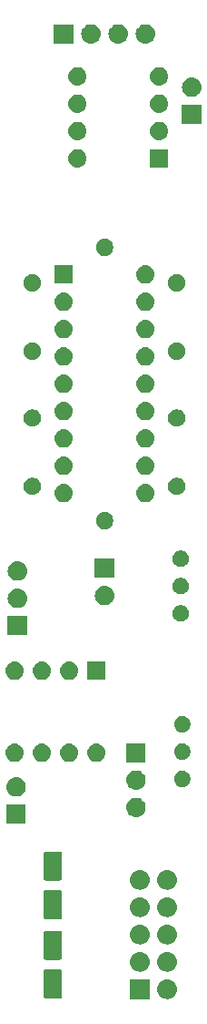
<source format=gbr>
G04 #@! TF.GenerationSoftware,KiCad,Pcbnew,(5.1.2-1)-1*
G04 #@! TF.CreationDate,2019-08-21T11:01:54-07:00*
G04 #@! TF.ProjectId,AS3320_VCF,41533333-3230-45f5-9643-462e6b696361,rev?*
G04 #@! TF.SameCoordinates,Original*
G04 #@! TF.FileFunction,Soldermask,Bot*
G04 #@! TF.FilePolarity,Negative*
%FSLAX46Y46*%
G04 Gerber Fmt 4.6, Leading zero omitted, Abs format (unit mm)*
G04 Created by KiCad (PCBNEW (5.1.2-1)-1) date 2019-08-21 11:01:54*
%MOMM*%
%LPD*%
G04 APERTURE LIST*
%ADD10C,0.100000*%
G04 APERTURE END LIST*
D10*
G36*
X69521294Y-116446633D02*
G01*
X69693695Y-116498931D01*
X69852583Y-116583858D01*
X69991849Y-116698151D01*
X70106142Y-116837417D01*
X70191069Y-116996305D01*
X70243367Y-117168706D01*
X70261025Y-117348000D01*
X70243367Y-117527294D01*
X70191069Y-117699695D01*
X70106142Y-117858583D01*
X69991849Y-117997849D01*
X69852583Y-118112142D01*
X69693695Y-118197069D01*
X69521294Y-118249367D01*
X69386931Y-118262600D01*
X69297069Y-118262600D01*
X69162706Y-118249367D01*
X68990305Y-118197069D01*
X68831417Y-118112142D01*
X68692151Y-117997849D01*
X68577858Y-117858583D01*
X68492931Y-117699695D01*
X68440633Y-117527294D01*
X68422975Y-117348000D01*
X68440633Y-117168706D01*
X68492931Y-116996305D01*
X68577858Y-116837417D01*
X68692151Y-116698151D01*
X68831417Y-116583858D01*
X68990305Y-116498931D01*
X69162706Y-116446633D01*
X69297069Y-116433400D01*
X69386931Y-116433400D01*
X69521294Y-116446633D01*
X69521294Y-116446633D01*
G37*
G36*
X67716600Y-118262600D02*
G01*
X65887400Y-118262600D01*
X65887400Y-116433400D01*
X67716600Y-116433400D01*
X67716600Y-118262600D01*
X67716600Y-118262600D01*
G37*
G36*
X59379997Y-115515051D02*
G01*
X59413652Y-115525261D01*
X59444665Y-115541838D01*
X59471851Y-115564149D01*
X59494162Y-115591335D01*
X59510739Y-115622348D01*
X59520949Y-115656003D01*
X59525000Y-115697138D01*
X59525000Y-118026862D01*
X59520949Y-118067997D01*
X59510739Y-118101652D01*
X59494162Y-118132665D01*
X59471851Y-118159851D01*
X59444665Y-118182162D01*
X59413652Y-118198739D01*
X59379997Y-118208949D01*
X59338862Y-118213000D01*
X58009138Y-118213000D01*
X57968003Y-118208949D01*
X57934348Y-118198739D01*
X57903335Y-118182162D01*
X57876149Y-118159851D01*
X57853838Y-118132665D01*
X57837261Y-118101652D01*
X57827051Y-118067997D01*
X57823000Y-118026862D01*
X57823000Y-115697138D01*
X57827051Y-115656003D01*
X57837261Y-115622348D01*
X57853838Y-115591335D01*
X57876149Y-115564149D01*
X57903335Y-115541838D01*
X57934348Y-115525261D01*
X57968003Y-115515051D01*
X58009138Y-115511000D01*
X59338862Y-115511000D01*
X59379997Y-115515051D01*
X59379997Y-115515051D01*
G37*
G36*
X66981294Y-113906633D02*
G01*
X67153695Y-113958931D01*
X67312583Y-114043858D01*
X67451849Y-114158151D01*
X67566142Y-114297417D01*
X67651069Y-114456305D01*
X67703367Y-114628706D01*
X67721025Y-114808000D01*
X67703367Y-114987294D01*
X67651069Y-115159695D01*
X67566142Y-115318583D01*
X67451849Y-115457849D01*
X67312583Y-115572142D01*
X67153695Y-115657069D01*
X66981294Y-115709367D01*
X66846931Y-115722600D01*
X66757069Y-115722600D01*
X66622706Y-115709367D01*
X66450305Y-115657069D01*
X66291417Y-115572142D01*
X66152151Y-115457849D01*
X66037858Y-115318583D01*
X65952931Y-115159695D01*
X65900633Y-114987294D01*
X65882975Y-114808000D01*
X65900633Y-114628706D01*
X65952931Y-114456305D01*
X66037858Y-114297417D01*
X66152151Y-114158151D01*
X66291417Y-114043858D01*
X66450305Y-113958931D01*
X66622706Y-113906633D01*
X66757069Y-113893400D01*
X66846931Y-113893400D01*
X66981294Y-113906633D01*
X66981294Y-113906633D01*
G37*
G36*
X69521294Y-113906633D02*
G01*
X69693695Y-113958931D01*
X69852583Y-114043858D01*
X69991849Y-114158151D01*
X70106142Y-114297417D01*
X70191069Y-114456305D01*
X70243367Y-114628706D01*
X70261025Y-114808000D01*
X70243367Y-114987294D01*
X70191069Y-115159695D01*
X70106142Y-115318583D01*
X69991849Y-115457849D01*
X69852583Y-115572142D01*
X69693695Y-115657069D01*
X69521294Y-115709367D01*
X69386931Y-115722600D01*
X69297069Y-115722600D01*
X69162706Y-115709367D01*
X68990305Y-115657069D01*
X68831417Y-115572142D01*
X68692151Y-115457849D01*
X68577858Y-115318583D01*
X68492931Y-115159695D01*
X68440633Y-114987294D01*
X68422975Y-114808000D01*
X68440633Y-114628706D01*
X68492931Y-114456305D01*
X68577858Y-114297417D01*
X68692151Y-114158151D01*
X68831417Y-114043858D01*
X68990305Y-113958931D01*
X69162706Y-113906633D01*
X69297069Y-113893400D01*
X69386931Y-113893400D01*
X69521294Y-113906633D01*
X69521294Y-113906633D01*
G37*
G36*
X59379997Y-111915051D02*
G01*
X59413652Y-111925261D01*
X59444665Y-111941838D01*
X59471851Y-111964149D01*
X59494162Y-111991335D01*
X59510739Y-112022348D01*
X59520949Y-112056003D01*
X59525000Y-112097138D01*
X59525000Y-114426862D01*
X59520949Y-114467997D01*
X59510739Y-114501652D01*
X59494162Y-114532665D01*
X59471851Y-114559851D01*
X59444665Y-114582162D01*
X59413652Y-114598739D01*
X59379997Y-114608949D01*
X59338862Y-114613000D01*
X58009138Y-114613000D01*
X57968003Y-114608949D01*
X57934348Y-114598739D01*
X57903335Y-114582162D01*
X57876149Y-114559851D01*
X57853838Y-114532665D01*
X57837261Y-114501652D01*
X57827051Y-114467997D01*
X57823000Y-114426862D01*
X57823000Y-112097138D01*
X57827051Y-112056003D01*
X57837261Y-112022348D01*
X57853838Y-111991335D01*
X57876149Y-111964149D01*
X57903335Y-111941838D01*
X57934348Y-111925261D01*
X57968003Y-111915051D01*
X58009138Y-111911000D01*
X59338862Y-111911000D01*
X59379997Y-111915051D01*
X59379997Y-111915051D01*
G37*
G36*
X66981294Y-111366633D02*
G01*
X67153695Y-111418931D01*
X67312583Y-111503858D01*
X67451849Y-111618151D01*
X67566142Y-111757417D01*
X67651069Y-111916305D01*
X67703367Y-112088706D01*
X67721025Y-112268000D01*
X67703367Y-112447294D01*
X67651069Y-112619695D01*
X67566142Y-112778583D01*
X67451849Y-112917849D01*
X67312583Y-113032142D01*
X67153695Y-113117069D01*
X66981294Y-113169367D01*
X66846931Y-113182600D01*
X66757069Y-113182600D01*
X66622706Y-113169367D01*
X66450305Y-113117069D01*
X66291417Y-113032142D01*
X66152151Y-112917849D01*
X66037858Y-112778583D01*
X65952931Y-112619695D01*
X65900633Y-112447294D01*
X65882975Y-112268000D01*
X65900633Y-112088706D01*
X65952931Y-111916305D01*
X66037858Y-111757417D01*
X66152151Y-111618151D01*
X66291417Y-111503858D01*
X66450305Y-111418931D01*
X66622706Y-111366633D01*
X66757069Y-111353400D01*
X66846931Y-111353400D01*
X66981294Y-111366633D01*
X66981294Y-111366633D01*
G37*
G36*
X69521294Y-111366633D02*
G01*
X69693695Y-111418931D01*
X69852583Y-111503858D01*
X69991849Y-111618151D01*
X70106142Y-111757417D01*
X70191069Y-111916305D01*
X70243367Y-112088706D01*
X70261025Y-112268000D01*
X70243367Y-112447294D01*
X70191069Y-112619695D01*
X70106142Y-112778583D01*
X69991849Y-112917849D01*
X69852583Y-113032142D01*
X69693695Y-113117069D01*
X69521294Y-113169367D01*
X69386931Y-113182600D01*
X69297069Y-113182600D01*
X69162706Y-113169367D01*
X68990305Y-113117069D01*
X68831417Y-113032142D01*
X68692151Y-112917849D01*
X68577858Y-112778583D01*
X68492931Y-112619695D01*
X68440633Y-112447294D01*
X68422975Y-112268000D01*
X68440633Y-112088706D01*
X68492931Y-111916305D01*
X68577858Y-111757417D01*
X68692151Y-111618151D01*
X68831417Y-111503858D01*
X68990305Y-111418931D01*
X69162706Y-111366633D01*
X69297069Y-111353400D01*
X69386931Y-111353400D01*
X69521294Y-111366633D01*
X69521294Y-111366633D01*
G37*
G36*
X59379997Y-108149051D02*
G01*
X59413652Y-108159261D01*
X59444665Y-108175838D01*
X59471851Y-108198149D01*
X59494162Y-108225335D01*
X59510739Y-108256348D01*
X59520949Y-108290003D01*
X59525000Y-108331138D01*
X59525000Y-110660862D01*
X59520949Y-110701997D01*
X59510739Y-110735652D01*
X59494162Y-110766665D01*
X59471851Y-110793851D01*
X59444665Y-110816162D01*
X59413652Y-110832739D01*
X59379997Y-110842949D01*
X59338862Y-110847000D01*
X58009138Y-110847000D01*
X57968003Y-110842949D01*
X57934348Y-110832739D01*
X57903335Y-110816162D01*
X57876149Y-110793851D01*
X57853838Y-110766665D01*
X57837261Y-110735652D01*
X57827051Y-110701997D01*
X57823000Y-110660862D01*
X57823000Y-108331138D01*
X57827051Y-108290003D01*
X57837261Y-108256348D01*
X57853838Y-108225335D01*
X57876149Y-108198149D01*
X57903335Y-108175838D01*
X57934348Y-108159261D01*
X57968003Y-108149051D01*
X58009138Y-108145000D01*
X59338862Y-108145000D01*
X59379997Y-108149051D01*
X59379997Y-108149051D01*
G37*
G36*
X66981294Y-108826633D02*
G01*
X67153695Y-108878931D01*
X67312583Y-108963858D01*
X67451849Y-109078151D01*
X67566142Y-109217417D01*
X67651069Y-109376305D01*
X67703367Y-109548706D01*
X67721025Y-109728000D01*
X67703367Y-109907294D01*
X67651069Y-110079695D01*
X67566142Y-110238583D01*
X67451849Y-110377849D01*
X67312583Y-110492142D01*
X67153695Y-110577069D01*
X66981294Y-110629367D01*
X66846931Y-110642600D01*
X66757069Y-110642600D01*
X66622706Y-110629367D01*
X66450305Y-110577069D01*
X66291417Y-110492142D01*
X66152151Y-110377849D01*
X66037858Y-110238583D01*
X65952931Y-110079695D01*
X65900633Y-109907294D01*
X65882975Y-109728000D01*
X65900633Y-109548706D01*
X65952931Y-109376305D01*
X66037858Y-109217417D01*
X66152151Y-109078151D01*
X66291417Y-108963858D01*
X66450305Y-108878931D01*
X66622706Y-108826633D01*
X66757069Y-108813400D01*
X66846931Y-108813400D01*
X66981294Y-108826633D01*
X66981294Y-108826633D01*
G37*
G36*
X69521294Y-108826633D02*
G01*
X69693695Y-108878931D01*
X69852583Y-108963858D01*
X69991849Y-109078151D01*
X70106142Y-109217417D01*
X70191069Y-109376305D01*
X70243367Y-109548706D01*
X70261025Y-109728000D01*
X70243367Y-109907294D01*
X70191069Y-110079695D01*
X70106142Y-110238583D01*
X69991849Y-110377849D01*
X69852583Y-110492142D01*
X69693695Y-110577069D01*
X69521294Y-110629367D01*
X69386931Y-110642600D01*
X69297069Y-110642600D01*
X69162706Y-110629367D01*
X68990305Y-110577069D01*
X68831417Y-110492142D01*
X68692151Y-110377849D01*
X68577858Y-110238583D01*
X68492931Y-110079695D01*
X68440633Y-109907294D01*
X68422975Y-109728000D01*
X68440633Y-109548706D01*
X68492931Y-109376305D01*
X68577858Y-109217417D01*
X68692151Y-109078151D01*
X68831417Y-108963858D01*
X68990305Y-108878931D01*
X69162706Y-108826633D01*
X69297069Y-108813400D01*
X69386931Y-108813400D01*
X69521294Y-108826633D01*
X69521294Y-108826633D01*
G37*
G36*
X69521294Y-106286633D02*
G01*
X69693695Y-106338931D01*
X69852583Y-106423858D01*
X69991849Y-106538151D01*
X70106142Y-106677417D01*
X70191069Y-106836305D01*
X70243367Y-107008706D01*
X70261025Y-107188000D01*
X70243367Y-107367294D01*
X70191069Y-107539695D01*
X70106142Y-107698583D01*
X69991849Y-107837849D01*
X69852583Y-107952142D01*
X69693695Y-108037069D01*
X69521294Y-108089367D01*
X69386931Y-108102600D01*
X69297069Y-108102600D01*
X69162706Y-108089367D01*
X68990305Y-108037069D01*
X68831417Y-107952142D01*
X68692151Y-107837849D01*
X68577858Y-107698583D01*
X68492931Y-107539695D01*
X68440633Y-107367294D01*
X68422975Y-107188000D01*
X68440633Y-107008706D01*
X68492931Y-106836305D01*
X68577858Y-106677417D01*
X68692151Y-106538151D01*
X68831417Y-106423858D01*
X68990305Y-106338931D01*
X69162706Y-106286633D01*
X69297069Y-106273400D01*
X69386931Y-106273400D01*
X69521294Y-106286633D01*
X69521294Y-106286633D01*
G37*
G36*
X66981294Y-106286633D02*
G01*
X67153695Y-106338931D01*
X67312583Y-106423858D01*
X67451849Y-106538151D01*
X67566142Y-106677417D01*
X67651069Y-106836305D01*
X67703367Y-107008706D01*
X67721025Y-107188000D01*
X67703367Y-107367294D01*
X67651069Y-107539695D01*
X67566142Y-107698583D01*
X67451849Y-107837849D01*
X67312583Y-107952142D01*
X67153695Y-108037069D01*
X66981294Y-108089367D01*
X66846931Y-108102600D01*
X66757069Y-108102600D01*
X66622706Y-108089367D01*
X66450305Y-108037069D01*
X66291417Y-107952142D01*
X66152151Y-107837849D01*
X66037858Y-107698583D01*
X65952931Y-107539695D01*
X65900633Y-107367294D01*
X65882975Y-107188000D01*
X65900633Y-107008706D01*
X65952931Y-106836305D01*
X66037858Y-106677417D01*
X66152151Y-106538151D01*
X66291417Y-106423858D01*
X66450305Y-106338931D01*
X66622706Y-106286633D01*
X66757069Y-106273400D01*
X66846931Y-106273400D01*
X66981294Y-106286633D01*
X66981294Y-106286633D01*
G37*
G36*
X59379997Y-104549051D02*
G01*
X59413652Y-104559261D01*
X59444665Y-104575838D01*
X59471851Y-104598149D01*
X59494162Y-104625335D01*
X59510739Y-104656348D01*
X59520949Y-104690003D01*
X59525000Y-104731138D01*
X59525000Y-107060862D01*
X59520949Y-107101997D01*
X59510739Y-107135652D01*
X59494162Y-107166665D01*
X59471851Y-107193851D01*
X59444665Y-107216162D01*
X59413652Y-107232739D01*
X59379997Y-107242949D01*
X59338862Y-107247000D01*
X58009138Y-107247000D01*
X57968003Y-107242949D01*
X57934348Y-107232739D01*
X57903335Y-107216162D01*
X57876149Y-107193851D01*
X57853838Y-107166665D01*
X57837261Y-107135652D01*
X57827051Y-107101997D01*
X57823000Y-107060862D01*
X57823000Y-104731138D01*
X57827051Y-104690003D01*
X57837261Y-104656348D01*
X57853838Y-104625335D01*
X57876149Y-104598149D01*
X57903335Y-104575838D01*
X57934348Y-104559261D01*
X57968003Y-104549051D01*
X58009138Y-104545000D01*
X59338862Y-104545000D01*
X59379997Y-104549051D01*
X59379997Y-104549051D01*
G37*
G36*
X56146000Y-101993000D02*
G01*
X54344000Y-101993000D01*
X54344000Y-100191000D01*
X56146000Y-100191000D01*
X56146000Y-101993000D01*
X56146000Y-101993000D01*
G37*
G36*
X66531443Y-99562519D02*
G01*
X66597627Y-99569037D01*
X66767466Y-99620557D01*
X66923991Y-99704222D01*
X66959729Y-99733552D01*
X67061186Y-99816814D01*
X67144448Y-99918271D01*
X67173778Y-99954009D01*
X67257443Y-100110534D01*
X67308963Y-100280373D01*
X67326359Y-100457000D01*
X67308963Y-100633627D01*
X67257443Y-100803466D01*
X67173778Y-100959991D01*
X67144448Y-100995729D01*
X67061186Y-101097186D01*
X66959729Y-101180448D01*
X66923991Y-101209778D01*
X66767466Y-101293443D01*
X66597627Y-101344963D01*
X66531442Y-101351482D01*
X66465260Y-101358000D01*
X66376740Y-101358000D01*
X66310558Y-101351482D01*
X66244373Y-101344963D01*
X66074534Y-101293443D01*
X65918009Y-101209778D01*
X65882271Y-101180448D01*
X65780814Y-101097186D01*
X65697552Y-100995729D01*
X65668222Y-100959991D01*
X65584557Y-100803466D01*
X65533037Y-100633627D01*
X65515641Y-100457000D01*
X65533037Y-100280373D01*
X65584557Y-100110534D01*
X65668222Y-99954009D01*
X65697552Y-99918271D01*
X65780814Y-99816814D01*
X65882271Y-99733552D01*
X65918009Y-99704222D01*
X66074534Y-99620557D01*
X66244373Y-99569037D01*
X66310557Y-99562519D01*
X66376740Y-99556000D01*
X66465260Y-99556000D01*
X66531443Y-99562519D01*
X66531443Y-99562519D01*
G37*
G36*
X55355443Y-97657519D02*
G01*
X55421627Y-97664037D01*
X55591466Y-97715557D01*
X55747991Y-97799222D01*
X55783729Y-97828552D01*
X55885186Y-97911814D01*
X55968448Y-98013271D01*
X55997778Y-98049009D01*
X56081443Y-98205534D01*
X56132963Y-98375373D01*
X56150359Y-98552000D01*
X56132963Y-98728627D01*
X56081443Y-98898466D01*
X55997778Y-99054991D01*
X55968448Y-99090729D01*
X55885186Y-99192186D01*
X55783729Y-99275448D01*
X55747991Y-99304778D01*
X55591466Y-99388443D01*
X55421627Y-99439963D01*
X55355443Y-99446481D01*
X55289260Y-99453000D01*
X55200740Y-99453000D01*
X55134557Y-99446481D01*
X55068373Y-99439963D01*
X54898534Y-99388443D01*
X54742009Y-99304778D01*
X54706271Y-99275448D01*
X54604814Y-99192186D01*
X54521552Y-99090729D01*
X54492222Y-99054991D01*
X54408557Y-98898466D01*
X54357037Y-98728627D01*
X54339641Y-98552000D01*
X54357037Y-98375373D01*
X54408557Y-98205534D01*
X54492222Y-98049009D01*
X54521552Y-98013271D01*
X54604814Y-97911814D01*
X54706271Y-97828552D01*
X54742009Y-97799222D01*
X54898534Y-97715557D01*
X55068373Y-97664037D01*
X55134557Y-97657519D01*
X55200740Y-97651000D01*
X55289260Y-97651000D01*
X55355443Y-97657519D01*
X55355443Y-97657519D01*
G37*
G36*
X66531443Y-97022519D02*
G01*
X66597627Y-97029037D01*
X66767466Y-97080557D01*
X66923991Y-97164222D01*
X66956772Y-97191125D01*
X67061186Y-97276814D01*
X67144448Y-97378271D01*
X67173778Y-97414009D01*
X67257443Y-97570534D01*
X67308963Y-97740373D01*
X67326359Y-97917000D01*
X67308963Y-98093627D01*
X67257443Y-98263466D01*
X67173778Y-98419991D01*
X67144448Y-98455729D01*
X67061186Y-98557186D01*
X66959729Y-98640448D01*
X66923991Y-98669778D01*
X66767466Y-98753443D01*
X66597627Y-98804963D01*
X66531443Y-98811481D01*
X66465260Y-98818000D01*
X66376740Y-98818000D01*
X66310557Y-98811481D01*
X66244373Y-98804963D01*
X66074534Y-98753443D01*
X65918009Y-98669778D01*
X65882271Y-98640448D01*
X65780814Y-98557186D01*
X65697552Y-98455729D01*
X65668222Y-98419991D01*
X65584557Y-98263466D01*
X65533037Y-98093627D01*
X65515641Y-97917000D01*
X65533037Y-97740373D01*
X65584557Y-97570534D01*
X65668222Y-97414009D01*
X65697552Y-97378271D01*
X65780814Y-97276814D01*
X65885228Y-97191125D01*
X65918009Y-97164222D01*
X66074534Y-97080557D01*
X66244373Y-97029037D01*
X66310557Y-97022519D01*
X66376740Y-97016000D01*
X66465260Y-97016000D01*
X66531443Y-97022519D01*
X66531443Y-97022519D01*
G37*
G36*
X70864589Y-97028876D02*
G01*
X70963893Y-97048629D01*
X71104206Y-97106748D01*
X71230484Y-97191125D01*
X71337875Y-97298516D01*
X71422252Y-97424794D01*
X71480371Y-97565107D01*
X71510000Y-97714063D01*
X71510000Y-97865937D01*
X71480371Y-98014893D01*
X71422252Y-98155206D01*
X71337875Y-98281484D01*
X71230484Y-98388875D01*
X71104206Y-98473252D01*
X70963893Y-98531371D01*
X70864589Y-98551124D01*
X70814938Y-98561000D01*
X70663062Y-98561000D01*
X70613411Y-98551124D01*
X70514107Y-98531371D01*
X70373794Y-98473252D01*
X70247516Y-98388875D01*
X70140125Y-98281484D01*
X70055748Y-98155206D01*
X69997629Y-98014893D01*
X69968000Y-97865937D01*
X69968000Y-97714063D01*
X69997629Y-97565107D01*
X70055748Y-97424794D01*
X70140125Y-97298516D01*
X70247516Y-97191125D01*
X70373794Y-97106748D01*
X70514107Y-97048629D01*
X70613411Y-97028876D01*
X70663062Y-97019000D01*
X70814938Y-97019000D01*
X70864589Y-97028876D01*
X70864589Y-97028876D01*
G37*
G36*
X67322000Y-96278000D02*
G01*
X65520000Y-96278000D01*
X65520000Y-94476000D01*
X67322000Y-94476000D01*
X67322000Y-96278000D01*
X67322000Y-96278000D01*
G37*
G36*
X55284823Y-94538313D02*
G01*
X55445242Y-94586976D01*
X55565256Y-94651125D01*
X55593078Y-94665996D01*
X55722659Y-94772341D01*
X55829004Y-94901922D01*
X55829005Y-94901924D01*
X55908024Y-95049758D01*
X55956687Y-95210177D01*
X55973117Y-95377000D01*
X55956687Y-95543823D01*
X55908024Y-95704242D01*
X55837114Y-95836906D01*
X55829004Y-95852078D01*
X55722659Y-95981659D01*
X55593078Y-96088004D01*
X55593076Y-96088005D01*
X55445242Y-96167024D01*
X55284823Y-96215687D01*
X55159804Y-96228000D01*
X55076196Y-96228000D01*
X54951177Y-96215687D01*
X54790758Y-96167024D01*
X54642924Y-96088005D01*
X54642922Y-96088004D01*
X54513341Y-95981659D01*
X54406996Y-95852078D01*
X54398886Y-95836906D01*
X54327976Y-95704242D01*
X54279313Y-95543823D01*
X54262883Y-95377000D01*
X54279313Y-95210177D01*
X54327976Y-95049758D01*
X54406995Y-94901924D01*
X54406996Y-94901922D01*
X54513341Y-94772341D01*
X54642922Y-94665996D01*
X54670744Y-94651125D01*
X54790758Y-94586976D01*
X54951177Y-94538313D01*
X55076196Y-94526000D01*
X55159804Y-94526000D01*
X55284823Y-94538313D01*
X55284823Y-94538313D01*
G37*
G36*
X57824823Y-94538313D02*
G01*
X57985242Y-94586976D01*
X58105256Y-94651125D01*
X58133078Y-94665996D01*
X58262659Y-94772341D01*
X58369004Y-94901922D01*
X58369005Y-94901924D01*
X58448024Y-95049758D01*
X58496687Y-95210177D01*
X58513117Y-95377000D01*
X58496687Y-95543823D01*
X58448024Y-95704242D01*
X58377114Y-95836906D01*
X58369004Y-95852078D01*
X58262659Y-95981659D01*
X58133078Y-96088004D01*
X58133076Y-96088005D01*
X57985242Y-96167024D01*
X57824823Y-96215687D01*
X57699804Y-96228000D01*
X57616196Y-96228000D01*
X57491177Y-96215687D01*
X57330758Y-96167024D01*
X57182924Y-96088005D01*
X57182922Y-96088004D01*
X57053341Y-95981659D01*
X56946996Y-95852078D01*
X56938886Y-95836906D01*
X56867976Y-95704242D01*
X56819313Y-95543823D01*
X56802883Y-95377000D01*
X56819313Y-95210177D01*
X56867976Y-95049758D01*
X56946995Y-94901924D01*
X56946996Y-94901922D01*
X57053341Y-94772341D01*
X57182922Y-94665996D01*
X57210744Y-94651125D01*
X57330758Y-94586976D01*
X57491177Y-94538313D01*
X57616196Y-94526000D01*
X57699804Y-94526000D01*
X57824823Y-94538313D01*
X57824823Y-94538313D01*
G37*
G36*
X60364823Y-94538313D02*
G01*
X60525242Y-94586976D01*
X60645256Y-94651125D01*
X60673078Y-94665996D01*
X60802659Y-94772341D01*
X60909004Y-94901922D01*
X60909005Y-94901924D01*
X60988024Y-95049758D01*
X61036687Y-95210177D01*
X61053117Y-95377000D01*
X61036687Y-95543823D01*
X60988024Y-95704242D01*
X60917114Y-95836906D01*
X60909004Y-95852078D01*
X60802659Y-95981659D01*
X60673078Y-96088004D01*
X60673076Y-96088005D01*
X60525242Y-96167024D01*
X60364823Y-96215687D01*
X60239804Y-96228000D01*
X60156196Y-96228000D01*
X60031177Y-96215687D01*
X59870758Y-96167024D01*
X59722924Y-96088005D01*
X59722922Y-96088004D01*
X59593341Y-95981659D01*
X59486996Y-95852078D01*
X59478886Y-95836906D01*
X59407976Y-95704242D01*
X59359313Y-95543823D01*
X59342883Y-95377000D01*
X59359313Y-95210177D01*
X59407976Y-95049758D01*
X59486995Y-94901924D01*
X59486996Y-94901922D01*
X59593341Y-94772341D01*
X59722922Y-94665996D01*
X59750744Y-94651125D01*
X59870758Y-94586976D01*
X60031177Y-94538313D01*
X60156196Y-94526000D01*
X60239804Y-94526000D01*
X60364823Y-94538313D01*
X60364823Y-94538313D01*
G37*
G36*
X62904823Y-94538313D02*
G01*
X63065242Y-94586976D01*
X63185256Y-94651125D01*
X63213078Y-94665996D01*
X63342659Y-94772341D01*
X63449004Y-94901922D01*
X63449005Y-94901924D01*
X63528024Y-95049758D01*
X63576687Y-95210177D01*
X63593117Y-95377000D01*
X63576687Y-95543823D01*
X63528024Y-95704242D01*
X63457114Y-95836906D01*
X63449004Y-95852078D01*
X63342659Y-95981659D01*
X63213078Y-96088004D01*
X63213076Y-96088005D01*
X63065242Y-96167024D01*
X62904823Y-96215687D01*
X62779804Y-96228000D01*
X62696196Y-96228000D01*
X62571177Y-96215687D01*
X62410758Y-96167024D01*
X62262924Y-96088005D01*
X62262922Y-96088004D01*
X62133341Y-95981659D01*
X62026996Y-95852078D01*
X62018886Y-95836906D01*
X61947976Y-95704242D01*
X61899313Y-95543823D01*
X61882883Y-95377000D01*
X61899313Y-95210177D01*
X61947976Y-95049758D01*
X62026995Y-94901924D01*
X62026996Y-94901922D01*
X62133341Y-94772341D01*
X62262922Y-94665996D01*
X62290744Y-94651125D01*
X62410758Y-94586976D01*
X62571177Y-94538313D01*
X62696196Y-94526000D01*
X62779804Y-94526000D01*
X62904823Y-94538313D01*
X62904823Y-94538313D01*
G37*
G36*
X70864589Y-94488876D02*
G01*
X70963893Y-94508629D01*
X71104206Y-94566748D01*
X71230484Y-94651125D01*
X71337875Y-94758516D01*
X71422252Y-94884794D01*
X71480371Y-95025107D01*
X71510000Y-95174063D01*
X71510000Y-95325937D01*
X71480371Y-95474893D01*
X71422252Y-95615206D01*
X71337875Y-95741484D01*
X71230484Y-95848875D01*
X71104206Y-95933252D01*
X70963893Y-95991371D01*
X70864589Y-96011124D01*
X70814938Y-96021000D01*
X70663062Y-96021000D01*
X70613411Y-96011124D01*
X70514107Y-95991371D01*
X70373794Y-95933252D01*
X70247516Y-95848875D01*
X70140125Y-95741484D01*
X70055748Y-95615206D01*
X69997629Y-95474893D01*
X69968000Y-95325937D01*
X69968000Y-95174063D01*
X69997629Y-95025107D01*
X70055748Y-94884794D01*
X70140125Y-94758516D01*
X70247516Y-94651125D01*
X70373794Y-94566748D01*
X70514107Y-94508629D01*
X70613411Y-94488876D01*
X70663062Y-94479000D01*
X70814938Y-94479000D01*
X70864589Y-94488876D01*
X70864589Y-94488876D01*
G37*
G36*
X70864589Y-91948876D02*
G01*
X70963893Y-91968629D01*
X71104206Y-92026748D01*
X71230484Y-92111125D01*
X71337875Y-92218516D01*
X71422252Y-92344794D01*
X71480371Y-92485107D01*
X71510000Y-92634063D01*
X71510000Y-92785937D01*
X71480371Y-92934893D01*
X71422252Y-93075206D01*
X71337875Y-93201484D01*
X71230484Y-93308875D01*
X71104206Y-93393252D01*
X70963893Y-93451371D01*
X70864589Y-93471124D01*
X70814938Y-93481000D01*
X70663062Y-93481000D01*
X70613411Y-93471124D01*
X70514107Y-93451371D01*
X70373794Y-93393252D01*
X70247516Y-93308875D01*
X70140125Y-93201484D01*
X70055748Y-93075206D01*
X69997629Y-92934893D01*
X69968000Y-92785937D01*
X69968000Y-92634063D01*
X69997629Y-92485107D01*
X70055748Y-92344794D01*
X70140125Y-92218516D01*
X70247516Y-92111125D01*
X70373794Y-92026748D01*
X70514107Y-91968629D01*
X70613411Y-91948876D01*
X70663062Y-91939000D01*
X70814938Y-91939000D01*
X70864589Y-91948876D01*
X70864589Y-91948876D01*
G37*
G36*
X63589000Y-88608000D02*
G01*
X61887000Y-88608000D01*
X61887000Y-86906000D01*
X63589000Y-86906000D01*
X63589000Y-88608000D01*
X63589000Y-88608000D01*
G37*
G36*
X60364823Y-86918313D02*
G01*
X60525242Y-86966976D01*
X60657906Y-87037886D01*
X60673078Y-87045996D01*
X60802659Y-87152341D01*
X60909004Y-87281922D01*
X60909005Y-87281924D01*
X60988024Y-87429758D01*
X61036687Y-87590177D01*
X61053117Y-87757000D01*
X61036687Y-87923823D01*
X60988024Y-88084242D01*
X60917114Y-88216906D01*
X60909004Y-88232078D01*
X60802659Y-88361659D01*
X60673078Y-88468004D01*
X60673076Y-88468005D01*
X60525242Y-88547024D01*
X60364823Y-88595687D01*
X60239804Y-88608000D01*
X60156196Y-88608000D01*
X60031177Y-88595687D01*
X59870758Y-88547024D01*
X59722924Y-88468005D01*
X59722922Y-88468004D01*
X59593341Y-88361659D01*
X59486996Y-88232078D01*
X59478886Y-88216906D01*
X59407976Y-88084242D01*
X59359313Y-87923823D01*
X59342883Y-87757000D01*
X59359313Y-87590177D01*
X59407976Y-87429758D01*
X59486995Y-87281924D01*
X59486996Y-87281922D01*
X59593341Y-87152341D01*
X59722922Y-87045996D01*
X59738094Y-87037886D01*
X59870758Y-86966976D01*
X60031177Y-86918313D01*
X60156196Y-86906000D01*
X60239804Y-86906000D01*
X60364823Y-86918313D01*
X60364823Y-86918313D01*
G37*
G36*
X57824823Y-86918313D02*
G01*
X57985242Y-86966976D01*
X58117906Y-87037886D01*
X58133078Y-87045996D01*
X58262659Y-87152341D01*
X58369004Y-87281922D01*
X58369005Y-87281924D01*
X58448024Y-87429758D01*
X58496687Y-87590177D01*
X58513117Y-87757000D01*
X58496687Y-87923823D01*
X58448024Y-88084242D01*
X58377114Y-88216906D01*
X58369004Y-88232078D01*
X58262659Y-88361659D01*
X58133078Y-88468004D01*
X58133076Y-88468005D01*
X57985242Y-88547024D01*
X57824823Y-88595687D01*
X57699804Y-88608000D01*
X57616196Y-88608000D01*
X57491177Y-88595687D01*
X57330758Y-88547024D01*
X57182924Y-88468005D01*
X57182922Y-88468004D01*
X57053341Y-88361659D01*
X56946996Y-88232078D01*
X56938886Y-88216906D01*
X56867976Y-88084242D01*
X56819313Y-87923823D01*
X56802883Y-87757000D01*
X56819313Y-87590177D01*
X56867976Y-87429758D01*
X56946995Y-87281924D01*
X56946996Y-87281922D01*
X57053341Y-87152341D01*
X57182922Y-87045996D01*
X57198094Y-87037886D01*
X57330758Y-86966976D01*
X57491177Y-86918313D01*
X57616196Y-86906000D01*
X57699804Y-86906000D01*
X57824823Y-86918313D01*
X57824823Y-86918313D01*
G37*
G36*
X55284823Y-86918313D02*
G01*
X55445242Y-86966976D01*
X55577906Y-87037886D01*
X55593078Y-87045996D01*
X55722659Y-87152341D01*
X55829004Y-87281922D01*
X55829005Y-87281924D01*
X55908024Y-87429758D01*
X55956687Y-87590177D01*
X55973117Y-87757000D01*
X55956687Y-87923823D01*
X55908024Y-88084242D01*
X55837114Y-88216906D01*
X55829004Y-88232078D01*
X55722659Y-88361659D01*
X55593078Y-88468004D01*
X55593076Y-88468005D01*
X55445242Y-88547024D01*
X55284823Y-88595687D01*
X55159804Y-88608000D01*
X55076196Y-88608000D01*
X54951177Y-88595687D01*
X54790758Y-88547024D01*
X54642924Y-88468005D01*
X54642922Y-88468004D01*
X54513341Y-88361659D01*
X54406996Y-88232078D01*
X54398886Y-88216906D01*
X54327976Y-88084242D01*
X54279313Y-87923823D01*
X54262883Y-87757000D01*
X54279313Y-87590177D01*
X54327976Y-87429758D01*
X54406995Y-87281924D01*
X54406996Y-87281922D01*
X54513341Y-87152341D01*
X54642922Y-87045996D01*
X54658094Y-87037886D01*
X54790758Y-86966976D01*
X54951177Y-86918313D01*
X55076196Y-86906000D01*
X55159804Y-86906000D01*
X55284823Y-86918313D01*
X55284823Y-86918313D01*
G37*
G36*
X56273000Y-84467000D02*
G01*
X54471000Y-84467000D01*
X54471000Y-82665000D01*
X56273000Y-82665000D01*
X56273000Y-84467000D01*
X56273000Y-84467000D01*
G37*
G36*
X70727970Y-81659963D02*
G01*
X70836893Y-81681629D01*
X70977206Y-81739748D01*
X71103484Y-81824125D01*
X71210875Y-81931516D01*
X71295252Y-82057794D01*
X71353371Y-82198107D01*
X71383000Y-82347063D01*
X71383000Y-82498937D01*
X71353371Y-82647893D01*
X71295252Y-82788206D01*
X71210875Y-82914484D01*
X71103484Y-83021875D01*
X70977206Y-83106252D01*
X70836893Y-83164371D01*
X70737589Y-83184124D01*
X70687938Y-83194000D01*
X70536062Y-83194000D01*
X70486411Y-83184124D01*
X70387107Y-83164371D01*
X70246794Y-83106252D01*
X70120516Y-83021875D01*
X70013125Y-82914484D01*
X69928748Y-82788206D01*
X69870629Y-82647893D01*
X69841000Y-82498937D01*
X69841000Y-82347063D01*
X69870629Y-82198107D01*
X69928748Y-82057794D01*
X70013125Y-81931516D01*
X70120516Y-81824125D01*
X70246794Y-81739748D01*
X70387107Y-81681629D01*
X70496030Y-81659963D01*
X70536062Y-81652000D01*
X70687938Y-81652000D01*
X70727970Y-81659963D01*
X70727970Y-81659963D01*
G37*
G36*
X55482443Y-80131519D02*
G01*
X55548627Y-80138037D01*
X55718466Y-80189557D01*
X55874991Y-80273222D01*
X55910729Y-80302552D01*
X56012186Y-80385814D01*
X56091020Y-80481875D01*
X56124778Y-80523009D01*
X56208443Y-80679534D01*
X56259963Y-80849373D01*
X56277359Y-81026000D01*
X56259963Y-81202627D01*
X56208443Y-81372466D01*
X56124778Y-81528991D01*
X56095448Y-81564729D01*
X56012186Y-81666186D01*
X55922549Y-81739748D01*
X55874991Y-81778778D01*
X55718466Y-81862443D01*
X55548627Y-81913963D01*
X55482442Y-81920482D01*
X55416260Y-81927000D01*
X55327740Y-81927000D01*
X55261558Y-81920482D01*
X55195373Y-81913963D01*
X55025534Y-81862443D01*
X54869009Y-81778778D01*
X54821451Y-81739748D01*
X54731814Y-81666186D01*
X54648552Y-81564729D01*
X54619222Y-81528991D01*
X54535557Y-81372466D01*
X54484037Y-81202627D01*
X54466641Y-81026000D01*
X54484037Y-80849373D01*
X54535557Y-80679534D01*
X54619222Y-80523009D01*
X54652980Y-80481875D01*
X54731814Y-80385814D01*
X54833271Y-80302552D01*
X54869009Y-80273222D01*
X55025534Y-80189557D01*
X55195373Y-80138037D01*
X55261557Y-80131519D01*
X55327740Y-80125000D01*
X55416260Y-80125000D01*
X55482443Y-80131519D01*
X55482443Y-80131519D01*
G37*
G36*
X63610442Y-79877518D02*
G01*
X63676627Y-79884037D01*
X63846466Y-79935557D01*
X64002991Y-80019222D01*
X64038729Y-80048552D01*
X64140186Y-80131814D01*
X64223448Y-80233271D01*
X64252778Y-80269009D01*
X64336443Y-80425534D01*
X64387963Y-80595373D01*
X64405359Y-80772000D01*
X64387963Y-80948627D01*
X64336443Y-81118466D01*
X64252778Y-81274991D01*
X64223448Y-81310729D01*
X64140186Y-81412186D01*
X64038729Y-81495448D01*
X64002991Y-81524778D01*
X63846466Y-81608443D01*
X63676627Y-81659963D01*
X63613453Y-81666185D01*
X63544260Y-81673000D01*
X63455740Y-81673000D01*
X63386547Y-81666185D01*
X63323373Y-81659963D01*
X63153534Y-81608443D01*
X62997009Y-81524778D01*
X62961271Y-81495448D01*
X62859814Y-81412186D01*
X62776552Y-81310729D01*
X62747222Y-81274991D01*
X62663557Y-81118466D01*
X62612037Y-80948627D01*
X62594641Y-80772000D01*
X62612037Y-80595373D01*
X62663557Y-80425534D01*
X62747222Y-80269009D01*
X62776552Y-80233271D01*
X62859814Y-80131814D01*
X62961271Y-80048552D01*
X62997009Y-80019222D01*
X63153534Y-79935557D01*
X63323373Y-79884037D01*
X63389558Y-79877518D01*
X63455740Y-79871000D01*
X63544260Y-79871000D01*
X63610442Y-79877518D01*
X63610442Y-79877518D01*
G37*
G36*
X70737589Y-79121876D02*
G01*
X70836893Y-79141629D01*
X70977206Y-79199748D01*
X71103484Y-79284125D01*
X71210875Y-79391516D01*
X71295252Y-79517794D01*
X71353371Y-79658107D01*
X71383000Y-79807063D01*
X71383000Y-79958937D01*
X71353371Y-80107893D01*
X71295252Y-80248206D01*
X71210875Y-80374484D01*
X71103484Y-80481875D01*
X70977206Y-80566252D01*
X70836893Y-80624371D01*
X70737589Y-80644124D01*
X70687938Y-80654000D01*
X70536062Y-80654000D01*
X70486411Y-80644124D01*
X70387107Y-80624371D01*
X70246794Y-80566252D01*
X70120516Y-80481875D01*
X70013125Y-80374484D01*
X69928748Y-80248206D01*
X69870629Y-80107893D01*
X69841000Y-79958937D01*
X69841000Y-79807063D01*
X69870629Y-79658107D01*
X69928748Y-79517794D01*
X70013125Y-79391516D01*
X70120516Y-79284125D01*
X70246794Y-79199748D01*
X70387107Y-79141629D01*
X70486411Y-79121876D01*
X70536062Y-79112000D01*
X70687938Y-79112000D01*
X70737589Y-79121876D01*
X70737589Y-79121876D01*
G37*
G36*
X55482442Y-77591518D02*
G01*
X55548627Y-77598037D01*
X55718466Y-77649557D01*
X55874991Y-77733222D01*
X55910729Y-77762552D01*
X56012186Y-77845814D01*
X56091020Y-77941875D01*
X56124778Y-77983009D01*
X56208443Y-78139534D01*
X56259963Y-78309373D01*
X56277359Y-78486000D01*
X56259963Y-78662627D01*
X56208443Y-78832466D01*
X56124778Y-78988991D01*
X56095448Y-79024729D01*
X56012186Y-79126186D01*
X55922549Y-79199748D01*
X55874991Y-79238778D01*
X55718466Y-79322443D01*
X55548627Y-79373963D01*
X55482442Y-79380482D01*
X55416260Y-79387000D01*
X55327740Y-79387000D01*
X55261558Y-79380482D01*
X55195373Y-79373963D01*
X55025534Y-79322443D01*
X54869009Y-79238778D01*
X54821451Y-79199748D01*
X54731814Y-79126186D01*
X54648552Y-79024729D01*
X54619222Y-78988991D01*
X54535557Y-78832466D01*
X54484037Y-78662627D01*
X54466641Y-78486000D01*
X54484037Y-78309373D01*
X54535557Y-78139534D01*
X54619222Y-77983009D01*
X54652980Y-77941875D01*
X54731814Y-77845814D01*
X54833271Y-77762552D01*
X54869009Y-77733222D01*
X55025534Y-77649557D01*
X55195373Y-77598037D01*
X55261558Y-77591518D01*
X55327740Y-77585000D01*
X55416260Y-77585000D01*
X55482442Y-77591518D01*
X55482442Y-77591518D01*
G37*
G36*
X64401000Y-79133000D02*
G01*
X62599000Y-79133000D01*
X62599000Y-77331000D01*
X64401000Y-77331000D01*
X64401000Y-79133000D01*
X64401000Y-79133000D01*
G37*
G36*
X70737589Y-76581876D02*
G01*
X70836893Y-76601629D01*
X70977206Y-76659748D01*
X71103484Y-76744125D01*
X71210875Y-76851516D01*
X71295252Y-76977794D01*
X71353371Y-77118107D01*
X71383000Y-77267063D01*
X71383000Y-77418937D01*
X71353371Y-77567893D01*
X71295252Y-77708206D01*
X71210875Y-77834484D01*
X71103484Y-77941875D01*
X70977206Y-78026252D01*
X70836893Y-78084371D01*
X70737589Y-78104124D01*
X70687938Y-78114000D01*
X70536062Y-78114000D01*
X70486411Y-78104124D01*
X70387107Y-78084371D01*
X70246794Y-78026252D01*
X70120516Y-77941875D01*
X70013125Y-77834484D01*
X69928748Y-77708206D01*
X69870629Y-77567893D01*
X69841000Y-77418937D01*
X69841000Y-77267063D01*
X69870629Y-77118107D01*
X69928748Y-76977794D01*
X70013125Y-76851516D01*
X70120516Y-76744125D01*
X70246794Y-76659748D01*
X70387107Y-76601629D01*
X70486411Y-76581876D01*
X70536062Y-76572000D01*
X70687938Y-76572000D01*
X70737589Y-76581876D01*
X70737589Y-76581876D01*
G37*
G36*
X63737142Y-73005242D02*
G01*
X63885101Y-73066529D01*
X64018255Y-73155499D01*
X64131501Y-73268745D01*
X64220471Y-73401899D01*
X64281758Y-73549858D01*
X64313000Y-73706925D01*
X64313000Y-73867075D01*
X64281758Y-74024142D01*
X64220471Y-74172101D01*
X64131501Y-74305255D01*
X64018255Y-74418501D01*
X63885101Y-74507471D01*
X63737142Y-74568758D01*
X63580075Y-74600000D01*
X63419925Y-74600000D01*
X63262858Y-74568758D01*
X63114899Y-74507471D01*
X62981745Y-74418501D01*
X62868499Y-74305255D01*
X62779529Y-74172101D01*
X62718242Y-74024142D01*
X62687000Y-73867075D01*
X62687000Y-73706925D01*
X62718242Y-73549858D01*
X62779529Y-73401899D01*
X62868499Y-73268745D01*
X62981745Y-73155499D01*
X63114899Y-73066529D01*
X63262858Y-73005242D01*
X63419925Y-72974000D01*
X63580075Y-72974000D01*
X63737142Y-73005242D01*
X63737142Y-73005242D01*
G37*
G36*
X67476823Y-70408313D02*
G01*
X67637242Y-70456976D01*
X67769906Y-70527886D01*
X67785078Y-70535996D01*
X67914659Y-70642341D01*
X68021004Y-70771922D01*
X68021005Y-70771924D01*
X68100024Y-70919758D01*
X68148687Y-71080177D01*
X68165117Y-71247000D01*
X68148687Y-71413823D01*
X68100024Y-71574242D01*
X68029114Y-71706906D01*
X68021004Y-71722078D01*
X67914659Y-71851659D01*
X67785078Y-71958004D01*
X67785076Y-71958005D01*
X67637242Y-72037024D01*
X67476823Y-72085687D01*
X67351804Y-72098000D01*
X67268196Y-72098000D01*
X67143177Y-72085687D01*
X66982758Y-72037024D01*
X66834924Y-71958005D01*
X66834922Y-71958004D01*
X66705341Y-71851659D01*
X66598996Y-71722078D01*
X66590886Y-71706906D01*
X66519976Y-71574242D01*
X66471313Y-71413823D01*
X66454883Y-71247000D01*
X66471313Y-71080177D01*
X66519976Y-70919758D01*
X66598995Y-70771924D01*
X66598996Y-70771922D01*
X66705341Y-70642341D01*
X66834922Y-70535996D01*
X66850094Y-70527886D01*
X66982758Y-70456976D01*
X67143177Y-70408313D01*
X67268196Y-70396000D01*
X67351804Y-70396000D01*
X67476823Y-70408313D01*
X67476823Y-70408313D01*
G37*
G36*
X59856823Y-70408313D02*
G01*
X60017242Y-70456976D01*
X60149906Y-70527886D01*
X60165078Y-70535996D01*
X60294659Y-70642341D01*
X60401004Y-70771922D01*
X60401005Y-70771924D01*
X60480024Y-70919758D01*
X60528687Y-71080177D01*
X60545117Y-71247000D01*
X60528687Y-71413823D01*
X60480024Y-71574242D01*
X60409114Y-71706906D01*
X60401004Y-71722078D01*
X60294659Y-71851659D01*
X60165078Y-71958004D01*
X60165076Y-71958005D01*
X60017242Y-72037024D01*
X59856823Y-72085687D01*
X59731804Y-72098000D01*
X59648196Y-72098000D01*
X59523177Y-72085687D01*
X59362758Y-72037024D01*
X59214924Y-71958005D01*
X59214922Y-71958004D01*
X59085341Y-71851659D01*
X58978996Y-71722078D01*
X58970886Y-71706906D01*
X58899976Y-71574242D01*
X58851313Y-71413823D01*
X58834883Y-71247000D01*
X58851313Y-71080177D01*
X58899976Y-70919758D01*
X58978995Y-70771924D01*
X58978996Y-70771922D01*
X59085341Y-70642341D01*
X59214922Y-70535996D01*
X59230094Y-70527886D01*
X59362758Y-70456976D01*
X59523177Y-70408313D01*
X59648196Y-70396000D01*
X59731804Y-70396000D01*
X59856823Y-70408313D01*
X59856823Y-70408313D01*
G37*
G36*
X70468142Y-69830242D02*
G01*
X70616101Y-69891529D01*
X70749255Y-69980499D01*
X70862501Y-70093745D01*
X70951471Y-70226899D01*
X71012758Y-70374858D01*
X71044000Y-70531925D01*
X71044000Y-70692075D01*
X71012758Y-70849142D01*
X70951471Y-70997101D01*
X70862501Y-71130255D01*
X70749255Y-71243501D01*
X70616101Y-71332471D01*
X70468142Y-71393758D01*
X70311075Y-71425000D01*
X70150925Y-71425000D01*
X69993858Y-71393758D01*
X69845899Y-71332471D01*
X69712745Y-71243501D01*
X69599499Y-71130255D01*
X69510529Y-70997101D01*
X69449242Y-70849142D01*
X69418000Y-70692075D01*
X69418000Y-70531925D01*
X69449242Y-70374858D01*
X69510529Y-70226899D01*
X69599499Y-70093745D01*
X69712745Y-69980499D01*
X69845899Y-69891529D01*
X69993858Y-69830242D01*
X70150925Y-69799000D01*
X70311075Y-69799000D01*
X70468142Y-69830242D01*
X70468142Y-69830242D01*
G37*
G36*
X57006142Y-69830242D02*
G01*
X57154101Y-69891529D01*
X57287255Y-69980499D01*
X57400501Y-70093745D01*
X57489471Y-70226899D01*
X57550758Y-70374858D01*
X57582000Y-70531925D01*
X57582000Y-70692075D01*
X57550758Y-70849142D01*
X57489471Y-70997101D01*
X57400501Y-71130255D01*
X57287255Y-71243501D01*
X57154101Y-71332471D01*
X57006142Y-71393758D01*
X56849075Y-71425000D01*
X56688925Y-71425000D01*
X56531858Y-71393758D01*
X56383899Y-71332471D01*
X56250745Y-71243501D01*
X56137499Y-71130255D01*
X56048529Y-70997101D01*
X55987242Y-70849142D01*
X55956000Y-70692075D01*
X55956000Y-70531925D01*
X55987242Y-70374858D01*
X56048529Y-70226899D01*
X56137499Y-70093745D01*
X56250745Y-69980499D01*
X56383899Y-69891529D01*
X56531858Y-69830242D01*
X56688925Y-69799000D01*
X56849075Y-69799000D01*
X57006142Y-69830242D01*
X57006142Y-69830242D01*
G37*
G36*
X67476823Y-67868313D02*
G01*
X67637242Y-67916976D01*
X67769906Y-67987886D01*
X67785078Y-67995996D01*
X67914659Y-68102341D01*
X68021004Y-68231922D01*
X68021005Y-68231924D01*
X68100024Y-68379758D01*
X68148687Y-68540177D01*
X68165117Y-68707000D01*
X68148687Y-68873823D01*
X68100024Y-69034242D01*
X68029114Y-69166906D01*
X68021004Y-69182078D01*
X67914659Y-69311659D01*
X67785078Y-69418004D01*
X67785076Y-69418005D01*
X67637242Y-69497024D01*
X67476823Y-69545687D01*
X67351804Y-69558000D01*
X67268196Y-69558000D01*
X67143177Y-69545687D01*
X66982758Y-69497024D01*
X66834924Y-69418005D01*
X66834922Y-69418004D01*
X66705341Y-69311659D01*
X66598996Y-69182078D01*
X66590886Y-69166906D01*
X66519976Y-69034242D01*
X66471313Y-68873823D01*
X66454883Y-68707000D01*
X66471313Y-68540177D01*
X66519976Y-68379758D01*
X66598995Y-68231924D01*
X66598996Y-68231922D01*
X66705341Y-68102341D01*
X66834922Y-67995996D01*
X66850094Y-67987886D01*
X66982758Y-67916976D01*
X67143177Y-67868313D01*
X67268196Y-67856000D01*
X67351804Y-67856000D01*
X67476823Y-67868313D01*
X67476823Y-67868313D01*
G37*
G36*
X59856823Y-67868313D02*
G01*
X60017242Y-67916976D01*
X60149906Y-67987886D01*
X60165078Y-67995996D01*
X60294659Y-68102341D01*
X60401004Y-68231922D01*
X60401005Y-68231924D01*
X60480024Y-68379758D01*
X60528687Y-68540177D01*
X60545117Y-68707000D01*
X60528687Y-68873823D01*
X60480024Y-69034242D01*
X60409114Y-69166906D01*
X60401004Y-69182078D01*
X60294659Y-69311659D01*
X60165078Y-69418004D01*
X60165076Y-69418005D01*
X60017242Y-69497024D01*
X59856823Y-69545687D01*
X59731804Y-69558000D01*
X59648196Y-69558000D01*
X59523177Y-69545687D01*
X59362758Y-69497024D01*
X59214924Y-69418005D01*
X59214922Y-69418004D01*
X59085341Y-69311659D01*
X58978996Y-69182078D01*
X58970886Y-69166906D01*
X58899976Y-69034242D01*
X58851313Y-68873823D01*
X58834883Y-68707000D01*
X58851313Y-68540177D01*
X58899976Y-68379758D01*
X58978995Y-68231924D01*
X58978996Y-68231922D01*
X59085341Y-68102341D01*
X59214922Y-67995996D01*
X59230094Y-67987886D01*
X59362758Y-67916976D01*
X59523177Y-67868313D01*
X59648196Y-67856000D01*
X59731804Y-67856000D01*
X59856823Y-67868313D01*
X59856823Y-67868313D01*
G37*
G36*
X59856823Y-65328313D02*
G01*
X60017242Y-65376976D01*
X60149906Y-65447886D01*
X60165078Y-65455996D01*
X60294659Y-65562341D01*
X60401004Y-65691922D01*
X60401005Y-65691924D01*
X60480024Y-65839758D01*
X60528687Y-66000177D01*
X60545117Y-66167000D01*
X60528687Y-66333823D01*
X60480024Y-66494242D01*
X60409114Y-66626906D01*
X60401004Y-66642078D01*
X60294659Y-66771659D01*
X60165078Y-66878004D01*
X60165076Y-66878005D01*
X60017242Y-66957024D01*
X59856823Y-67005687D01*
X59731804Y-67018000D01*
X59648196Y-67018000D01*
X59523177Y-67005687D01*
X59362758Y-66957024D01*
X59214924Y-66878005D01*
X59214922Y-66878004D01*
X59085341Y-66771659D01*
X58978996Y-66642078D01*
X58970886Y-66626906D01*
X58899976Y-66494242D01*
X58851313Y-66333823D01*
X58834883Y-66167000D01*
X58851313Y-66000177D01*
X58899976Y-65839758D01*
X58978995Y-65691924D01*
X58978996Y-65691922D01*
X59085341Y-65562341D01*
X59214922Y-65455996D01*
X59230094Y-65447886D01*
X59362758Y-65376976D01*
X59523177Y-65328313D01*
X59648196Y-65316000D01*
X59731804Y-65316000D01*
X59856823Y-65328313D01*
X59856823Y-65328313D01*
G37*
G36*
X67476823Y-65328313D02*
G01*
X67637242Y-65376976D01*
X67769906Y-65447886D01*
X67785078Y-65455996D01*
X67914659Y-65562341D01*
X68021004Y-65691922D01*
X68021005Y-65691924D01*
X68100024Y-65839758D01*
X68148687Y-66000177D01*
X68165117Y-66167000D01*
X68148687Y-66333823D01*
X68100024Y-66494242D01*
X68029114Y-66626906D01*
X68021004Y-66642078D01*
X67914659Y-66771659D01*
X67785078Y-66878004D01*
X67785076Y-66878005D01*
X67637242Y-66957024D01*
X67476823Y-67005687D01*
X67351804Y-67018000D01*
X67268196Y-67018000D01*
X67143177Y-67005687D01*
X66982758Y-66957024D01*
X66834924Y-66878005D01*
X66834922Y-66878004D01*
X66705341Y-66771659D01*
X66598996Y-66642078D01*
X66590886Y-66626906D01*
X66519976Y-66494242D01*
X66471313Y-66333823D01*
X66454883Y-66167000D01*
X66471313Y-66000177D01*
X66519976Y-65839758D01*
X66598995Y-65691924D01*
X66598996Y-65691922D01*
X66705341Y-65562341D01*
X66834922Y-65455996D01*
X66850094Y-65447886D01*
X66982758Y-65376976D01*
X67143177Y-65328313D01*
X67268196Y-65316000D01*
X67351804Y-65316000D01*
X67476823Y-65328313D01*
X67476823Y-65328313D01*
G37*
G36*
X70468142Y-63480242D02*
G01*
X70616101Y-63541529D01*
X70749255Y-63630499D01*
X70862501Y-63743745D01*
X70951471Y-63876899D01*
X71012758Y-64024858D01*
X71044000Y-64181925D01*
X71044000Y-64342075D01*
X71012758Y-64499142D01*
X70951471Y-64647101D01*
X70862501Y-64780255D01*
X70749255Y-64893501D01*
X70616101Y-64982471D01*
X70468142Y-65043758D01*
X70311075Y-65075000D01*
X70150925Y-65075000D01*
X69993858Y-65043758D01*
X69845899Y-64982471D01*
X69712745Y-64893501D01*
X69599499Y-64780255D01*
X69510529Y-64647101D01*
X69449242Y-64499142D01*
X69418000Y-64342075D01*
X69418000Y-64181925D01*
X69449242Y-64024858D01*
X69510529Y-63876899D01*
X69599499Y-63743745D01*
X69712745Y-63630499D01*
X69845899Y-63541529D01*
X69993858Y-63480242D01*
X70150925Y-63449000D01*
X70311075Y-63449000D01*
X70468142Y-63480242D01*
X70468142Y-63480242D01*
G37*
G36*
X57006142Y-63480242D02*
G01*
X57154101Y-63541529D01*
X57287255Y-63630499D01*
X57400501Y-63743745D01*
X57489471Y-63876899D01*
X57550758Y-64024858D01*
X57582000Y-64181925D01*
X57582000Y-64342075D01*
X57550758Y-64499142D01*
X57489471Y-64647101D01*
X57400501Y-64780255D01*
X57287255Y-64893501D01*
X57154101Y-64982471D01*
X57006142Y-65043758D01*
X56849075Y-65075000D01*
X56688925Y-65075000D01*
X56531858Y-65043758D01*
X56383899Y-64982471D01*
X56250745Y-64893501D01*
X56137499Y-64780255D01*
X56048529Y-64647101D01*
X55987242Y-64499142D01*
X55956000Y-64342075D01*
X55956000Y-64181925D01*
X55987242Y-64024858D01*
X56048529Y-63876899D01*
X56137499Y-63743745D01*
X56250745Y-63630499D01*
X56383899Y-63541529D01*
X56531858Y-63480242D01*
X56688925Y-63449000D01*
X56849075Y-63449000D01*
X57006142Y-63480242D01*
X57006142Y-63480242D01*
G37*
G36*
X59856823Y-62788313D02*
G01*
X60017242Y-62836976D01*
X60149906Y-62907886D01*
X60165078Y-62915996D01*
X60294659Y-63022341D01*
X60401004Y-63151922D01*
X60401005Y-63151924D01*
X60480024Y-63299758D01*
X60528687Y-63460177D01*
X60545117Y-63627000D01*
X60528687Y-63793823D01*
X60480024Y-63954242D01*
X60442279Y-64024857D01*
X60401004Y-64102078D01*
X60294659Y-64231659D01*
X60165078Y-64338004D01*
X60157462Y-64342075D01*
X60017242Y-64417024D01*
X59856823Y-64465687D01*
X59731804Y-64478000D01*
X59648196Y-64478000D01*
X59523177Y-64465687D01*
X59362758Y-64417024D01*
X59222538Y-64342075D01*
X59214922Y-64338004D01*
X59085341Y-64231659D01*
X58978996Y-64102078D01*
X58937721Y-64024857D01*
X58899976Y-63954242D01*
X58851313Y-63793823D01*
X58834883Y-63627000D01*
X58851313Y-63460177D01*
X58899976Y-63299758D01*
X58978995Y-63151924D01*
X58978996Y-63151922D01*
X59085341Y-63022341D01*
X59214922Y-62915996D01*
X59230094Y-62907886D01*
X59362758Y-62836976D01*
X59523177Y-62788313D01*
X59648196Y-62776000D01*
X59731804Y-62776000D01*
X59856823Y-62788313D01*
X59856823Y-62788313D01*
G37*
G36*
X67476823Y-62788313D02*
G01*
X67637242Y-62836976D01*
X67769906Y-62907886D01*
X67785078Y-62915996D01*
X67914659Y-63022341D01*
X68021004Y-63151922D01*
X68021005Y-63151924D01*
X68100024Y-63299758D01*
X68148687Y-63460177D01*
X68165117Y-63627000D01*
X68148687Y-63793823D01*
X68100024Y-63954242D01*
X68062279Y-64024857D01*
X68021004Y-64102078D01*
X67914659Y-64231659D01*
X67785078Y-64338004D01*
X67777462Y-64342075D01*
X67637242Y-64417024D01*
X67476823Y-64465687D01*
X67351804Y-64478000D01*
X67268196Y-64478000D01*
X67143177Y-64465687D01*
X66982758Y-64417024D01*
X66842538Y-64342075D01*
X66834922Y-64338004D01*
X66705341Y-64231659D01*
X66598996Y-64102078D01*
X66557721Y-64024857D01*
X66519976Y-63954242D01*
X66471313Y-63793823D01*
X66454883Y-63627000D01*
X66471313Y-63460177D01*
X66519976Y-63299758D01*
X66598995Y-63151924D01*
X66598996Y-63151922D01*
X66705341Y-63022341D01*
X66834922Y-62915996D01*
X66850094Y-62907886D01*
X66982758Y-62836976D01*
X67143177Y-62788313D01*
X67268196Y-62776000D01*
X67351804Y-62776000D01*
X67476823Y-62788313D01*
X67476823Y-62788313D01*
G37*
G36*
X59856823Y-60248313D02*
G01*
X60017242Y-60296976D01*
X60149906Y-60367886D01*
X60165078Y-60375996D01*
X60294659Y-60482341D01*
X60401004Y-60611922D01*
X60401005Y-60611924D01*
X60480024Y-60759758D01*
X60528687Y-60920177D01*
X60545117Y-61087000D01*
X60528687Y-61253823D01*
X60480024Y-61414242D01*
X60409114Y-61546906D01*
X60401004Y-61562078D01*
X60294659Y-61691659D01*
X60165078Y-61798004D01*
X60165076Y-61798005D01*
X60017242Y-61877024D01*
X59856823Y-61925687D01*
X59731804Y-61938000D01*
X59648196Y-61938000D01*
X59523177Y-61925687D01*
X59362758Y-61877024D01*
X59214924Y-61798005D01*
X59214922Y-61798004D01*
X59085341Y-61691659D01*
X58978996Y-61562078D01*
X58970886Y-61546906D01*
X58899976Y-61414242D01*
X58851313Y-61253823D01*
X58834883Y-61087000D01*
X58851313Y-60920177D01*
X58899976Y-60759758D01*
X58978995Y-60611924D01*
X58978996Y-60611922D01*
X59085341Y-60482341D01*
X59214922Y-60375996D01*
X59230094Y-60367886D01*
X59362758Y-60296976D01*
X59523177Y-60248313D01*
X59648196Y-60236000D01*
X59731804Y-60236000D01*
X59856823Y-60248313D01*
X59856823Y-60248313D01*
G37*
G36*
X67476823Y-60248313D02*
G01*
X67637242Y-60296976D01*
X67769906Y-60367886D01*
X67785078Y-60375996D01*
X67914659Y-60482341D01*
X68021004Y-60611922D01*
X68021005Y-60611924D01*
X68100024Y-60759758D01*
X68148687Y-60920177D01*
X68165117Y-61087000D01*
X68148687Y-61253823D01*
X68100024Y-61414242D01*
X68029114Y-61546906D01*
X68021004Y-61562078D01*
X67914659Y-61691659D01*
X67785078Y-61798004D01*
X67785076Y-61798005D01*
X67637242Y-61877024D01*
X67476823Y-61925687D01*
X67351804Y-61938000D01*
X67268196Y-61938000D01*
X67143177Y-61925687D01*
X66982758Y-61877024D01*
X66834924Y-61798005D01*
X66834922Y-61798004D01*
X66705341Y-61691659D01*
X66598996Y-61562078D01*
X66590886Y-61546906D01*
X66519976Y-61414242D01*
X66471313Y-61253823D01*
X66454883Y-61087000D01*
X66471313Y-60920177D01*
X66519976Y-60759758D01*
X66598995Y-60611924D01*
X66598996Y-60611922D01*
X66705341Y-60482341D01*
X66834922Y-60375996D01*
X66850094Y-60367886D01*
X66982758Y-60296976D01*
X67143177Y-60248313D01*
X67268196Y-60236000D01*
X67351804Y-60236000D01*
X67476823Y-60248313D01*
X67476823Y-60248313D01*
G37*
G36*
X59856823Y-57708313D02*
G01*
X60017242Y-57756976D01*
X60101208Y-57801857D01*
X60165078Y-57835996D01*
X60294659Y-57942341D01*
X60401004Y-58071922D01*
X60401005Y-58071924D01*
X60480024Y-58219758D01*
X60528687Y-58380177D01*
X60545117Y-58547000D01*
X60528687Y-58713823D01*
X60480024Y-58874242D01*
X60409114Y-59006906D01*
X60401004Y-59022078D01*
X60294659Y-59151659D01*
X60165078Y-59258004D01*
X60165076Y-59258005D01*
X60017242Y-59337024D01*
X59856823Y-59385687D01*
X59731804Y-59398000D01*
X59648196Y-59398000D01*
X59523177Y-59385687D01*
X59362758Y-59337024D01*
X59214924Y-59258005D01*
X59214922Y-59258004D01*
X59085341Y-59151659D01*
X58978996Y-59022078D01*
X58970886Y-59006906D01*
X58899976Y-58874242D01*
X58851313Y-58713823D01*
X58834883Y-58547000D01*
X58851313Y-58380177D01*
X58899976Y-58219758D01*
X58978995Y-58071924D01*
X58978996Y-58071922D01*
X59085341Y-57942341D01*
X59214922Y-57835996D01*
X59278792Y-57801857D01*
X59362758Y-57756976D01*
X59523177Y-57708313D01*
X59648196Y-57696000D01*
X59731804Y-57696000D01*
X59856823Y-57708313D01*
X59856823Y-57708313D01*
G37*
G36*
X67476823Y-57708313D02*
G01*
X67637242Y-57756976D01*
X67721208Y-57801857D01*
X67785078Y-57835996D01*
X67914659Y-57942341D01*
X68021004Y-58071922D01*
X68021005Y-58071924D01*
X68100024Y-58219758D01*
X68148687Y-58380177D01*
X68165117Y-58547000D01*
X68148687Y-58713823D01*
X68100024Y-58874242D01*
X68029114Y-59006906D01*
X68021004Y-59022078D01*
X67914659Y-59151659D01*
X67785078Y-59258004D01*
X67785076Y-59258005D01*
X67637242Y-59337024D01*
X67476823Y-59385687D01*
X67351804Y-59398000D01*
X67268196Y-59398000D01*
X67143177Y-59385687D01*
X66982758Y-59337024D01*
X66834924Y-59258005D01*
X66834922Y-59258004D01*
X66705341Y-59151659D01*
X66598996Y-59022078D01*
X66590886Y-59006906D01*
X66519976Y-58874242D01*
X66471313Y-58713823D01*
X66454883Y-58547000D01*
X66471313Y-58380177D01*
X66519976Y-58219758D01*
X66598995Y-58071924D01*
X66598996Y-58071922D01*
X66705341Y-57942341D01*
X66834922Y-57835996D01*
X66898792Y-57801857D01*
X66982758Y-57756976D01*
X67143177Y-57708313D01*
X67268196Y-57696000D01*
X67351804Y-57696000D01*
X67476823Y-57708313D01*
X67476823Y-57708313D01*
G37*
G36*
X57006142Y-57257242D02*
G01*
X57154101Y-57318529D01*
X57287255Y-57407499D01*
X57400501Y-57520745D01*
X57489471Y-57653899D01*
X57550758Y-57801858D01*
X57582000Y-57958925D01*
X57582000Y-58119075D01*
X57550758Y-58276142D01*
X57489471Y-58424101D01*
X57400501Y-58557255D01*
X57287255Y-58670501D01*
X57154101Y-58759471D01*
X57006142Y-58820758D01*
X56849075Y-58852000D01*
X56688925Y-58852000D01*
X56531858Y-58820758D01*
X56383899Y-58759471D01*
X56250745Y-58670501D01*
X56137499Y-58557255D01*
X56048529Y-58424101D01*
X55987242Y-58276142D01*
X55956000Y-58119075D01*
X55956000Y-57958925D01*
X55987242Y-57801858D01*
X56048529Y-57653899D01*
X56137499Y-57520745D01*
X56250745Y-57407499D01*
X56383899Y-57318529D01*
X56531858Y-57257242D01*
X56688925Y-57226000D01*
X56849075Y-57226000D01*
X57006142Y-57257242D01*
X57006142Y-57257242D01*
G37*
G36*
X70468142Y-57257242D02*
G01*
X70616101Y-57318529D01*
X70749255Y-57407499D01*
X70862501Y-57520745D01*
X70951471Y-57653899D01*
X71012758Y-57801858D01*
X71044000Y-57958925D01*
X71044000Y-58119075D01*
X71012758Y-58276142D01*
X70951471Y-58424101D01*
X70862501Y-58557255D01*
X70749255Y-58670501D01*
X70616101Y-58759471D01*
X70468142Y-58820758D01*
X70311075Y-58852000D01*
X70150925Y-58852000D01*
X69993858Y-58820758D01*
X69845899Y-58759471D01*
X69712745Y-58670501D01*
X69599499Y-58557255D01*
X69510529Y-58424101D01*
X69449242Y-58276142D01*
X69418000Y-58119075D01*
X69418000Y-57958925D01*
X69449242Y-57801858D01*
X69510529Y-57653899D01*
X69599499Y-57520745D01*
X69712745Y-57407499D01*
X69845899Y-57318529D01*
X69993858Y-57257242D01*
X70150925Y-57226000D01*
X70311075Y-57226000D01*
X70468142Y-57257242D01*
X70468142Y-57257242D01*
G37*
G36*
X59856823Y-55168313D02*
G01*
X60017242Y-55216976D01*
X60149906Y-55287886D01*
X60165078Y-55295996D01*
X60294659Y-55402341D01*
X60401004Y-55531922D01*
X60401005Y-55531924D01*
X60480024Y-55679758D01*
X60528687Y-55840177D01*
X60545117Y-56007000D01*
X60528687Y-56173823D01*
X60480024Y-56334242D01*
X60409114Y-56466906D01*
X60401004Y-56482078D01*
X60294659Y-56611659D01*
X60165078Y-56718004D01*
X60165076Y-56718005D01*
X60017242Y-56797024D01*
X59856823Y-56845687D01*
X59731804Y-56858000D01*
X59648196Y-56858000D01*
X59523177Y-56845687D01*
X59362758Y-56797024D01*
X59214924Y-56718005D01*
X59214922Y-56718004D01*
X59085341Y-56611659D01*
X58978996Y-56482078D01*
X58970886Y-56466906D01*
X58899976Y-56334242D01*
X58851313Y-56173823D01*
X58834883Y-56007000D01*
X58851313Y-55840177D01*
X58899976Y-55679758D01*
X58978995Y-55531924D01*
X58978996Y-55531922D01*
X59085341Y-55402341D01*
X59214922Y-55295996D01*
X59230094Y-55287886D01*
X59362758Y-55216976D01*
X59523177Y-55168313D01*
X59648196Y-55156000D01*
X59731804Y-55156000D01*
X59856823Y-55168313D01*
X59856823Y-55168313D01*
G37*
G36*
X67476823Y-55168313D02*
G01*
X67637242Y-55216976D01*
X67769906Y-55287886D01*
X67785078Y-55295996D01*
X67914659Y-55402341D01*
X68021004Y-55531922D01*
X68021005Y-55531924D01*
X68100024Y-55679758D01*
X68148687Y-55840177D01*
X68165117Y-56007000D01*
X68148687Y-56173823D01*
X68100024Y-56334242D01*
X68029114Y-56466906D01*
X68021004Y-56482078D01*
X67914659Y-56611659D01*
X67785078Y-56718004D01*
X67785076Y-56718005D01*
X67637242Y-56797024D01*
X67476823Y-56845687D01*
X67351804Y-56858000D01*
X67268196Y-56858000D01*
X67143177Y-56845687D01*
X66982758Y-56797024D01*
X66834924Y-56718005D01*
X66834922Y-56718004D01*
X66705341Y-56611659D01*
X66598996Y-56482078D01*
X66590886Y-56466906D01*
X66519976Y-56334242D01*
X66471313Y-56173823D01*
X66454883Y-56007000D01*
X66471313Y-55840177D01*
X66519976Y-55679758D01*
X66598995Y-55531924D01*
X66598996Y-55531922D01*
X66705341Y-55402341D01*
X66834922Y-55295996D01*
X66850094Y-55287886D01*
X66982758Y-55216976D01*
X67143177Y-55168313D01*
X67268196Y-55156000D01*
X67351804Y-55156000D01*
X67476823Y-55168313D01*
X67476823Y-55168313D01*
G37*
G36*
X67476823Y-52628313D02*
G01*
X67637242Y-52676976D01*
X67769906Y-52747886D01*
X67785078Y-52755996D01*
X67914659Y-52862341D01*
X68021004Y-52991922D01*
X68021005Y-52991924D01*
X68100024Y-53139758D01*
X68148687Y-53300177D01*
X68165117Y-53467000D01*
X68148687Y-53633823D01*
X68100024Y-53794242D01*
X68029114Y-53926906D01*
X68021004Y-53942078D01*
X67914659Y-54071659D01*
X67785078Y-54178004D01*
X67785076Y-54178005D01*
X67637242Y-54257024D01*
X67476823Y-54305687D01*
X67351804Y-54318000D01*
X67268196Y-54318000D01*
X67143177Y-54305687D01*
X66982758Y-54257024D01*
X66834924Y-54178005D01*
X66834922Y-54178004D01*
X66705341Y-54071659D01*
X66598996Y-53942078D01*
X66590886Y-53926906D01*
X66519976Y-53794242D01*
X66471313Y-53633823D01*
X66454883Y-53467000D01*
X66471313Y-53300177D01*
X66519976Y-53139758D01*
X66598995Y-52991924D01*
X66598996Y-52991922D01*
X66705341Y-52862341D01*
X66834922Y-52755996D01*
X66850094Y-52747886D01*
X66982758Y-52676976D01*
X67143177Y-52628313D01*
X67268196Y-52616000D01*
X67351804Y-52616000D01*
X67476823Y-52628313D01*
X67476823Y-52628313D01*
G37*
G36*
X59856823Y-52628313D02*
G01*
X60017242Y-52676976D01*
X60149906Y-52747886D01*
X60165078Y-52755996D01*
X60294659Y-52862341D01*
X60401004Y-52991922D01*
X60401005Y-52991924D01*
X60480024Y-53139758D01*
X60528687Y-53300177D01*
X60545117Y-53467000D01*
X60528687Y-53633823D01*
X60480024Y-53794242D01*
X60409114Y-53926906D01*
X60401004Y-53942078D01*
X60294659Y-54071659D01*
X60165078Y-54178004D01*
X60165076Y-54178005D01*
X60017242Y-54257024D01*
X59856823Y-54305687D01*
X59731804Y-54318000D01*
X59648196Y-54318000D01*
X59523177Y-54305687D01*
X59362758Y-54257024D01*
X59214924Y-54178005D01*
X59214922Y-54178004D01*
X59085341Y-54071659D01*
X58978996Y-53942078D01*
X58970886Y-53926906D01*
X58899976Y-53794242D01*
X58851313Y-53633823D01*
X58834883Y-53467000D01*
X58851313Y-53300177D01*
X58899976Y-53139758D01*
X58978995Y-52991924D01*
X58978996Y-52991922D01*
X59085341Y-52862341D01*
X59214922Y-52755996D01*
X59230094Y-52747886D01*
X59362758Y-52676976D01*
X59523177Y-52628313D01*
X59648196Y-52616000D01*
X59731804Y-52616000D01*
X59856823Y-52628313D01*
X59856823Y-52628313D01*
G37*
G36*
X57006142Y-50907242D02*
G01*
X57154101Y-50968529D01*
X57287255Y-51057499D01*
X57400501Y-51170745D01*
X57489471Y-51303899D01*
X57550758Y-51451858D01*
X57582000Y-51608925D01*
X57582000Y-51769075D01*
X57550758Y-51926142D01*
X57489471Y-52074101D01*
X57400501Y-52207255D01*
X57287255Y-52320501D01*
X57154101Y-52409471D01*
X57006142Y-52470758D01*
X56849075Y-52502000D01*
X56688925Y-52502000D01*
X56531858Y-52470758D01*
X56383899Y-52409471D01*
X56250745Y-52320501D01*
X56137499Y-52207255D01*
X56048529Y-52074101D01*
X55987242Y-51926142D01*
X55956000Y-51769075D01*
X55956000Y-51608925D01*
X55987242Y-51451858D01*
X56048529Y-51303899D01*
X56137499Y-51170745D01*
X56250745Y-51057499D01*
X56383899Y-50968529D01*
X56531858Y-50907242D01*
X56688925Y-50876000D01*
X56849075Y-50876000D01*
X57006142Y-50907242D01*
X57006142Y-50907242D01*
G37*
G36*
X70468142Y-50907242D02*
G01*
X70616101Y-50968529D01*
X70749255Y-51057499D01*
X70862501Y-51170745D01*
X70951471Y-51303899D01*
X71012758Y-51451858D01*
X71044000Y-51608925D01*
X71044000Y-51769075D01*
X71012758Y-51926142D01*
X70951471Y-52074101D01*
X70862501Y-52207255D01*
X70749255Y-52320501D01*
X70616101Y-52409471D01*
X70468142Y-52470758D01*
X70311075Y-52502000D01*
X70150925Y-52502000D01*
X69993858Y-52470758D01*
X69845899Y-52409471D01*
X69712745Y-52320501D01*
X69599499Y-52207255D01*
X69510529Y-52074101D01*
X69449242Y-51926142D01*
X69418000Y-51769075D01*
X69418000Y-51608925D01*
X69449242Y-51451858D01*
X69510529Y-51303899D01*
X69599499Y-51170745D01*
X69712745Y-51057499D01*
X69845899Y-50968529D01*
X69993858Y-50907242D01*
X70150925Y-50876000D01*
X70311075Y-50876000D01*
X70468142Y-50907242D01*
X70468142Y-50907242D01*
G37*
G36*
X60541000Y-51778000D02*
G01*
X58839000Y-51778000D01*
X58839000Y-50076000D01*
X60541000Y-50076000D01*
X60541000Y-51778000D01*
X60541000Y-51778000D01*
G37*
G36*
X67476823Y-50088313D02*
G01*
X67637242Y-50136976D01*
X67769906Y-50207886D01*
X67785078Y-50215996D01*
X67914659Y-50322341D01*
X68021004Y-50451922D01*
X68021005Y-50451924D01*
X68100024Y-50599758D01*
X68148687Y-50760177D01*
X68165117Y-50927000D01*
X68148687Y-51093823D01*
X68100024Y-51254242D01*
X68073481Y-51303900D01*
X68021004Y-51402078D01*
X67914659Y-51531659D01*
X67785078Y-51638004D01*
X67785076Y-51638005D01*
X67637242Y-51717024D01*
X67476823Y-51765687D01*
X67351804Y-51778000D01*
X67268196Y-51778000D01*
X67143177Y-51765687D01*
X66982758Y-51717024D01*
X66834924Y-51638005D01*
X66834922Y-51638004D01*
X66705341Y-51531659D01*
X66598996Y-51402078D01*
X66546519Y-51303900D01*
X66519976Y-51254242D01*
X66471313Y-51093823D01*
X66454883Y-50927000D01*
X66471313Y-50760177D01*
X66519976Y-50599758D01*
X66598995Y-50451924D01*
X66598996Y-50451922D01*
X66705341Y-50322341D01*
X66834922Y-50215996D01*
X66850094Y-50207886D01*
X66982758Y-50136976D01*
X67143177Y-50088313D01*
X67268196Y-50076000D01*
X67351804Y-50076000D01*
X67476823Y-50088313D01*
X67476823Y-50088313D01*
G37*
G36*
X63737142Y-47605242D02*
G01*
X63885101Y-47666529D01*
X64018255Y-47755499D01*
X64131501Y-47868745D01*
X64220471Y-48001899D01*
X64281758Y-48149858D01*
X64313000Y-48306925D01*
X64313000Y-48467075D01*
X64281758Y-48624142D01*
X64220471Y-48772101D01*
X64131501Y-48905255D01*
X64018255Y-49018501D01*
X63885101Y-49107471D01*
X63737142Y-49168758D01*
X63580075Y-49200000D01*
X63419925Y-49200000D01*
X63262858Y-49168758D01*
X63114899Y-49107471D01*
X62981745Y-49018501D01*
X62868499Y-48905255D01*
X62779529Y-48772101D01*
X62718242Y-48624142D01*
X62687000Y-48467075D01*
X62687000Y-48306925D01*
X62718242Y-48149858D01*
X62779529Y-48001899D01*
X62868499Y-47868745D01*
X62981745Y-47755499D01*
X63114899Y-47666529D01*
X63262858Y-47605242D01*
X63419925Y-47574000D01*
X63580075Y-47574000D01*
X63737142Y-47605242D01*
X63737142Y-47605242D01*
G37*
G36*
X61126823Y-39293313D02*
G01*
X61287242Y-39341976D01*
X61419906Y-39412886D01*
X61435078Y-39420996D01*
X61564659Y-39527341D01*
X61671004Y-39656922D01*
X61671005Y-39656924D01*
X61750024Y-39804758D01*
X61798687Y-39965177D01*
X61815117Y-40132000D01*
X61798687Y-40298823D01*
X61750024Y-40459242D01*
X61679114Y-40591906D01*
X61671004Y-40607078D01*
X61564659Y-40736659D01*
X61435078Y-40843004D01*
X61435076Y-40843005D01*
X61287242Y-40922024D01*
X61126823Y-40970687D01*
X61001804Y-40983000D01*
X60918196Y-40983000D01*
X60793177Y-40970687D01*
X60632758Y-40922024D01*
X60484924Y-40843005D01*
X60484922Y-40843004D01*
X60355341Y-40736659D01*
X60248996Y-40607078D01*
X60240886Y-40591906D01*
X60169976Y-40459242D01*
X60121313Y-40298823D01*
X60104883Y-40132000D01*
X60121313Y-39965177D01*
X60169976Y-39804758D01*
X60248995Y-39656924D01*
X60248996Y-39656922D01*
X60355341Y-39527341D01*
X60484922Y-39420996D01*
X60500094Y-39412886D01*
X60632758Y-39341976D01*
X60793177Y-39293313D01*
X60918196Y-39281000D01*
X61001804Y-39281000D01*
X61126823Y-39293313D01*
X61126823Y-39293313D01*
G37*
G36*
X69431000Y-40983000D02*
G01*
X67729000Y-40983000D01*
X67729000Y-39281000D01*
X69431000Y-39281000D01*
X69431000Y-40983000D01*
X69431000Y-40983000D01*
G37*
G36*
X61126823Y-36753313D02*
G01*
X61287242Y-36801976D01*
X61419906Y-36872886D01*
X61435078Y-36880996D01*
X61564659Y-36987341D01*
X61671004Y-37116922D01*
X61671005Y-37116924D01*
X61750024Y-37264758D01*
X61798687Y-37425177D01*
X61815117Y-37592000D01*
X61798687Y-37758823D01*
X61750024Y-37919242D01*
X61679114Y-38051906D01*
X61671004Y-38067078D01*
X61564659Y-38196659D01*
X61435078Y-38303004D01*
X61435076Y-38303005D01*
X61287242Y-38382024D01*
X61126823Y-38430687D01*
X61001804Y-38443000D01*
X60918196Y-38443000D01*
X60793177Y-38430687D01*
X60632758Y-38382024D01*
X60484924Y-38303005D01*
X60484922Y-38303004D01*
X60355341Y-38196659D01*
X60248996Y-38067078D01*
X60240886Y-38051906D01*
X60169976Y-37919242D01*
X60121313Y-37758823D01*
X60104883Y-37592000D01*
X60121313Y-37425177D01*
X60169976Y-37264758D01*
X60248995Y-37116924D01*
X60248996Y-37116922D01*
X60355341Y-36987341D01*
X60484922Y-36880996D01*
X60500094Y-36872886D01*
X60632758Y-36801976D01*
X60793177Y-36753313D01*
X60918196Y-36741000D01*
X61001804Y-36741000D01*
X61126823Y-36753313D01*
X61126823Y-36753313D01*
G37*
G36*
X68746823Y-36753313D02*
G01*
X68907242Y-36801976D01*
X69039906Y-36872886D01*
X69055078Y-36880996D01*
X69184659Y-36987341D01*
X69291004Y-37116922D01*
X69291005Y-37116924D01*
X69370024Y-37264758D01*
X69418687Y-37425177D01*
X69435117Y-37592000D01*
X69418687Y-37758823D01*
X69370024Y-37919242D01*
X69299114Y-38051906D01*
X69291004Y-38067078D01*
X69184659Y-38196659D01*
X69055078Y-38303004D01*
X69055076Y-38303005D01*
X68907242Y-38382024D01*
X68746823Y-38430687D01*
X68621804Y-38443000D01*
X68538196Y-38443000D01*
X68413177Y-38430687D01*
X68252758Y-38382024D01*
X68104924Y-38303005D01*
X68104922Y-38303004D01*
X67975341Y-38196659D01*
X67868996Y-38067078D01*
X67860886Y-38051906D01*
X67789976Y-37919242D01*
X67741313Y-37758823D01*
X67724883Y-37592000D01*
X67741313Y-37425177D01*
X67789976Y-37264758D01*
X67868995Y-37116924D01*
X67868996Y-37116922D01*
X67975341Y-36987341D01*
X68104922Y-36880996D01*
X68120094Y-36872886D01*
X68252758Y-36801976D01*
X68413177Y-36753313D01*
X68538196Y-36741000D01*
X68621804Y-36741000D01*
X68746823Y-36753313D01*
X68746823Y-36753313D01*
G37*
G36*
X72529000Y-36969000D02*
G01*
X70727000Y-36969000D01*
X70727000Y-35167000D01*
X72529000Y-35167000D01*
X72529000Y-36969000D01*
X72529000Y-36969000D01*
G37*
G36*
X61126823Y-34213313D02*
G01*
X61287242Y-34261976D01*
X61419906Y-34332886D01*
X61435078Y-34340996D01*
X61564659Y-34447341D01*
X61671004Y-34576922D01*
X61671005Y-34576924D01*
X61750024Y-34724758D01*
X61798687Y-34885177D01*
X61815117Y-35052000D01*
X61798687Y-35218823D01*
X61750024Y-35379242D01*
X61679114Y-35511906D01*
X61671004Y-35527078D01*
X61564659Y-35656659D01*
X61435078Y-35763004D01*
X61435076Y-35763005D01*
X61287242Y-35842024D01*
X61126823Y-35890687D01*
X61001804Y-35903000D01*
X60918196Y-35903000D01*
X60793177Y-35890687D01*
X60632758Y-35842024D01*
X60484924Y-35763005D01*
X60484922Y-35763004D01*
X60355341Y-35656659D01*
X60248996Y-35527078D01*
X60240886Y-35511906D01*
X60169976Y-35379242D01*
X60121313Y-35218823D01*
X60104883Y-35052000D01*
X60121313Y-34885177D01*
X60169976Y-34724758D01*
X60248995Y-34576924D01*
X60248996Y-34576922D01*
X60355341Y-34447341D01*
X60484922Y-34340996D01*
X60500094Y-34332886D01*
X60632758Y-34261976D01*
X60793177Y-34213313D01*
X60918196Y-34201000D01*
X61001804Y-34201000D01*
X61126823Y-34213313D01*
X61126823Y-34213313D01*
G37*
G36*
X68746823Y-34213313D02*
G01*
X68907242Y-34261976D01*
X69039906Y-34332886D01*
X69055078Y-34340996D01*
X69184659Y-34447341D01*
X69291004Y-34576922D01*
X69291005Y-34576924D01*
X69370024Y-34724758D01*
X69418687Y-34885177D01*
X69435117Y-35052000D01*
X69418687Y-35218823D01*
X69370024Y-35379242D01*
X69299114Y-35511906D01*
X69291004Y-35527078D01*
X69184659Y-35656659D01*
X69055078Y-35763004D01*
X69055076Y-35763005D01*
X68907242Y-35842024D01*
X68746823Y-35890687D01*
X68621804Y-35903000D01*
X68538196Y-35903000D01*
X68413177Y-35890687D01*
X68252758Y-35842024D01*
X68104924Y-35763005D01*
X68104922Y-35763004D01*
X67975341Y-35656659D01*
X67868996Y-35527078D01*
X67860886Y-35511906D01*
X67789976Y-35379242D01*
X67741313Y-35218823D01*
X67724883Y-35052000D01*
X67741313Y-34885177D01*
X67789976Y-34724758D01*
X67868995Y-34576924D01*
X67868996Y-34576922D01*
X67975341Y-34447341D01*
X68104922Y-34340996D01*
X68120094Y-34332886D01*
X68252758Y-34261976D01*
X68413177Y-34213313D01*
X68538196Y-34201000D01*
X68621804Y-34201000D01*
X68746823Y-34213313D01*
X68746823Y-34213313D01*
G37*
G36*
X71738442Y-32633518D02*
G01*
X71804627Y-32640037D01*
X71974466Y-32691557D01*
X72130991Y-32775222D01*
X72166729Y-32804552D01*
X72268186Y-32887814D01*
X72349647Y-32987076D01*
X72380778Y-33025009D01*
X72464443Y-33181534D01*
X72515963Y-33351373D01*
X72533359Y-33528000D01*
X72515963Y-33704627D01*
X72464443Y-33874466D01*
X72380778Y-34030991D01*
X72351448Y-34066729D01*
X72268186Y-34168186D01*
X72166729Y-34251448D01*
X72130991Y-34280778D01*
X71974466Y-34364443D01*
X71804627Y-34415963D01*
X71738443Y-34422481D01*
X71672260Y-34429000D01*
X71583740Y-34429000D01*
X71517557Y-34422481D01*
X71451373Y-34415963D01*
X71281534Y-34364443D01*
X71125009Y-34280778D01*
X71089271Y-34251448D01*
X70987814Y-34168186D01*
X70904552Y-34066729D01*
X70875222Y-34030991D01*
X70791557Y-33874466D01*
X70740037Y-33704627D01*
X70722641Y-33528000D01*
X70740037Y-33351373D01*
X70791557Y-33181534D01*
X70875222Y-33025009D01*
X70906353Y-32987076D01*
X70987814Y-32887814D01*
X71089271Y-32804552D01*
X71125009Y-32775222D01*
X71281534Y-32691557D01*
X71451373Y-32640037D01*
X71517558Y-32633518D01*
X71583740Y-32627000D01*
X71672260Y-32627000D01*
X71738442Y-32633518D01*
X71738442Y-32633518D01*
G37*
G36*
X61126823Y-31673313D02*
G01*
X61287242Y-31721976D01*
X61419906Y-31792886D01*
X61435078Y-31800996D01*
X61564659Y-31907341D01*
X61671004Y-32036922D01*
X61671005Y-32036924D01*
X61750024Y-32184758D01*
X61798687Y-32345177D01*
X61815117Y-32512000D01*
X61798687Y-32678823D01*
X61750024Y-32839242D01*
X61724061Y-32887815D01*
X61671004Y-32987078D01*
X61564659Y-33116659D01*
X61435078Y-33223004D01*
X61435076Y-33223005D01*
X61287242Y-33302024D01*
X61126823Y-33350687D01*
X61001804Y-33363000D01*
X60918196Y-33363000D01*
X60793177Y-33350687D01*
X60632758Y-33302024D01*
X60484924Y-33223005D01*
X60484922Y-33223004D01*
X60355341Y-33116659D01*
X60248996Y-32987078D01*
X60195939Y-32887815D01*
X60169976Y-32839242D01*
X60121313Y-32678823D01*
X60104883Y-32512000D01*
X60121313Y-32345177D01*
X60169976Y-32184758D01*
X60248995Y-32036924D01*
X60248996Y-32036922D01*
X60355341Y-31907341D01*
X60484922Y-31800996D01*
X60500094Y-31792886D01*
X60632758Y-31721976D01*
X60793177Y-31673313D01*
X60918196Y-31661000D01*
X61001804Y-31661000D01*
X61126823Y-31673313D01*
X61126823Y-31673313D01*
G37*
G36*
X68746823Y-31673313D02*
G01*
X68907242Y-31721976D01*
X69039906Y-31792886D01*
X69055078Y-31800996D01*
X69184659Y-31907341D01*
X69291004Y-32036922D01*
X69291005Y-32036924D01*
X69370024Y-32184758D01*
X69418687Y-32345177D01*
X69435117Y-32512000D01*
X69418687Y-32678823D01*
X69370024Y-32839242D01*
X69344061Y-32887815D01*
X69291004Y-32987078D01*
X69184659Y-33116659D01*
X69055078Y-33223004D01*
X69055076Y-33223005D01*
X68907242Y-33302024D01*
X68746823Y-33350687D01*
X68621804Y-33363000D01*
X68538196Y-33363000D01*
X68413177Y-33350687D01*
X68252758Y-33302024D01*
X68104924Y-33223005D01*
X68104922Y-33223004D01*
X67975341Y-33116659D01*
X67868996Y-32987078D01*
X67815939Y-32887815D01*
X67789976Y-32839242D01*
X67741313Y-32678823D01*
X67724883Y-32512000D01*
X67741313Y-32345177D01*
X67789976Y-32184758D01*
X67868995Y-32036924D01*
X67868996Y-32036922D01*
X67975341Y-31907341D01*
X68104922Y-31800996D01*
X68120094Y-31792886D01*
X68252758Y-31721976D01*
X68413177Y-31673313D01*
X68538196Y-31661000D01*
X68621804Y-31661000D01*
X68746823Y-31673313D01*
X68746823Y-31673313D01*
G37*
G36*
X62340443Y-27680519D02*
G01*
X62406627Y-27687037D01*
X62576466Y-27738557D01*
X62732991Y-27822222D01*
X62768729Y-27851552D01*
X62870186Y-27934814D01*
X62953448Y-28036271D01*
X62982778Y-28072009D01*
X63066443Y-28228534D01*
X63117963Y-28398373D01*
X63135359Y-28575000D01*
X63117963Y-28751627D01*
X63066443Y-28921466D01*
X62982778Y-29077991D01*
X62953448Y-29113729D01*
X62870186Y-29215186D01*
X62768729Y-29298448D01*
X62732991Y-29327778D01*
X62576466Y-29411443D01*
X62406627Y-29462963D01*
X62340443Y-29469481D01*
X62274260Y-29476000D01*
X62185740Y-29476000D01*
X62119557Y-29469481D01*
X62053373Y-29462963D01*
X61883534Y-29411443D01*
X61727009Y-29327778D01*
X61691271Y-29298448D01*
X61589814Y-29215186D01*
X61506552Y-29113729D01*
X61477222Y-29077991D01*
X61393557Y-28921466D01*
X61342037Y-28751627D01*
X61324641Y-28575000D01*
X61342037Y-28398373D01*
X61393557Y-28228534D01*
X61477222Y-28072009D01*
X61506552Y-28036271D01*
X61589814Y-27934814D01*
X61691271Y-27851552D01*
X61727009Y-27822222D01*
X61883534Y-27738557D01*
X62053373Y-27687037D01*
X62119557Y-27680519D01*
X62185740Y-27674000D01*
X62274260Y-27674000D01*
X62340443Y-27680519D01*
X62340443Y-27680519D01*
G37*
G36*
X64880443Y-27680519D02*
G01*
X64946627Y-27687037D01*
X65116466Y-27738557D01*
X65272991Y-27822222D01*
X65308729Y-27851552D01*
X65410186Y-27934814D01*
X65493448Y-28036271D01*
X65522778Y-28072009D01*
X65606443Y-28228534D01*
X65657963Y-28398373D01*
X65675359Y-28575000D01*
X65657963Y-28751627D01*
X65606443Y-28921466D01*
X65522778Y-29077991D01*
X65493448Y-29113729D01*
X65410186Y-29215186D01*
X65308729Y-29298448D01*
X65272991Y-29327778D01*
X65116466Y-29411443D01*
X64946627Y-29462963D01*
X64880443Y-29469481D01*
X64814260Y-29476000D01*
X64725740Y-29476000D01*
X64659557Y-29469481D01*
X64593373Y-29462963D01*
X64423534Y-29411443D01*
X64267009Y-29327778D01*
X64231271Y-29298448D01*
X64129814Y-29215186D01*
X64046552Y-29113729D01*
X64017222Y-29077991D01*
X63933557Y-28921466D01*
X63882037Y-28751627D01*
X63864641Y-28575000D01*
X63882037Y-28398373D01*
X63933557Y-28228534D01*
X64017222Y-28072009D01*
X64046552Y-28036271D01*
X64129814Y-27934814D01*
X64231271Y-27851552D01*
X64267009Y-27822222D01*
X64423534Y-27738557D01*
X64593373Y-27687037D01*
X64659557Y-27680519D01*
X64725740Y-27674000D01*
X64814260Y-27674000D01*
X64880443Y-27680519D01*
X64880443Y-27680519D01*
G37*
G36*
X60591000Y-29476000D02*
G01*
X58789000Y-29476000D01*
X58789000Y-27674000D01*
X60591000Y-27674000D01*
X60591000Y-29476000D01*
X60591000Y-29476000D01*
G37*
G36*
X67420443Y-27680519D02*
G01*
X67486627Y-27687037D01*
X67656466Y-27738557D01*
X67812991Y-27822222D01*
X67848729Y-27851552D01*
X67950186Y-27934814D01*
X68033448Y-28036271D01*
X68062778Y-28072009D01*
X68146443Y-28228534D01*
X68197963Y-28398373D01*
X68215359Y-28575000D01*
X68197963Y-28751627D01*
X68146443Y-28921466D01*
X68062778Y-29077991D01*
X68033448Y-29113729D01*
X67950186Y-29215186D01*
X67848729Y-29298448D01*
X67812991Y-29327778D01*
X67656466Y-29411443D01*
X67486627Y-29462963D01*
X67420443Y-29469481D01*
X67354260Y-29476000D01*
X67265740Y-29476000D01*
X67199557Y-29469481D01*
X67133373Y-29462963D01*
X66963534Y-29411443D01*
X66807009Y-29327778D01*
X66771271Y-29298448D01*
X66669814Y-29215186D01*
X66586552Y-29113729D01*
X66557222Y-29077991D01*
X66473557Y-28921466D01*
X66422037Y-28751627D01*
X66404641Y-28575000D01*
X66422037Y-28398373D01*
X66473557Y-28228534D01*
X66557222Y-28072009D01*
X66586552Y-28036271D01*
X66669814Y-27934814D01*
X66771271Y-27851552D01*
X66807009Y-27822222D01*
X66963534Y-27738557D01*
X67133373Y-27687037D01*
X67199557Y-27680519D01*
X67265740Y-27674000D01*
X67354260Y-27674000D01*
X67420443Y-27680519D01*
X67420443Y-27680519D01*
G37*
M02*

</source>
